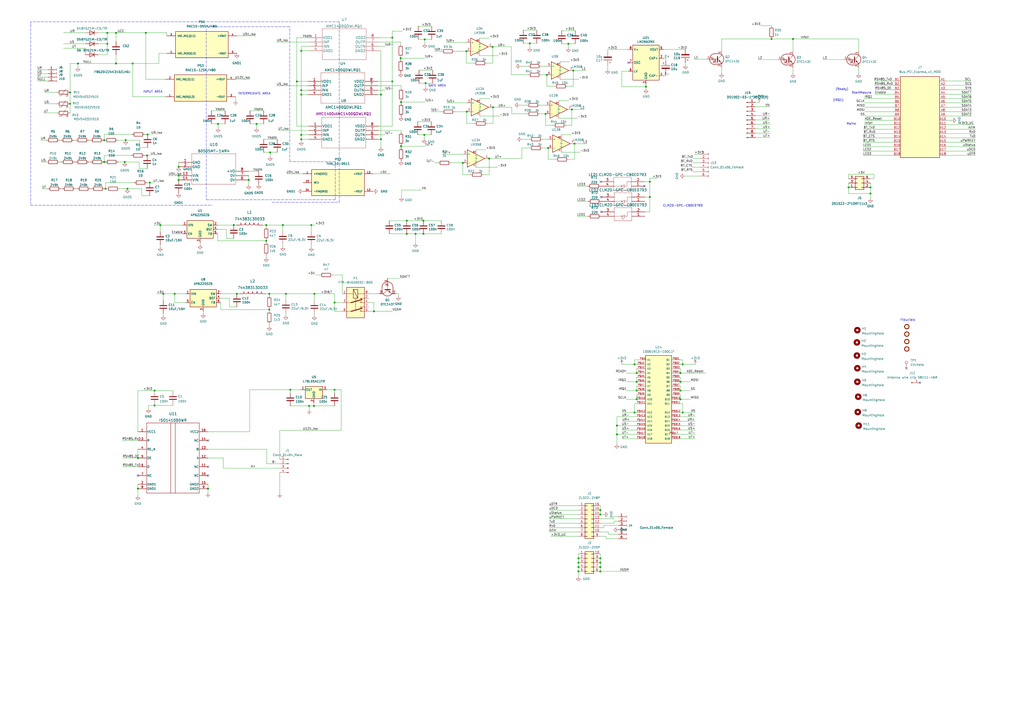
<source format=kicad_sch>
(kicad_sch (version 20211123) (generator eeschema)
  (paper "A2")
  (title_block (title "Main Board") (rev "4.0") (company "Delta Electronics SRL"))
  (junction (at 156.21 179.578))
  (junction (at 286.004 62.23))
  (junction (at 148.844 71.882))
  (junction (at 394.716 216.408))
  (junction (at 103.632 101.854))
  (junction (at 89.662 226.568))
  (junction (at 174.752 54.864))
  (junction (at 394.716 231.648))
  (junction (at 235.966 135.636))
  (junction (at 335.534 323.85))
  (junction (at 270.51 29.718))
  (junction (at 144.272 104.394))
  (junction (at 268.478 94.488))
  (junction (at 67.31 19.05))
  (junction (at 283.718 91.948))
  (junction (at 246.888 48.26))
  (junction (at 232.664 59.182))
  (junction (at 357.886 251.968))
  (junction (at 103.632 104.394))
  (junction (at 332.486 40.894))
  (junction (at 459.994 22.606))
  (junction (at 62.23 25.4))
  (junction (at 89.662 235.204))
  (junction (at 368.046 211.328))
  (junction (at 40.64 53.594))
  (junction (at 60.452 81.28))
  (junction (at 245.618 135.636))
  (junction (at 103.632 96.774))
  (junction (at 348.234 326.39))
  (junction (at 92.964 130.556))
  (junction (at 67.31 36.83))
  (junction (at 348.234 295.91))
  (junction (at 154.432 139.7))
  (junction (at 80.01 283.464))
  (junction (at 492.252 108.712))
  (junction (at 45.212 36.83))
  (junction (at 94.742 170.434))
  (junction (at 165.862 170.434))
  (junction (at 335.534 331.47))
  (junction (at 348.234 323.85))
  (junction (at 85.344 90.17))
  (junction (at 394.716 226.568))
  (junction (at 120.65 283.464))
  (junction (at 180.594 130.556))
  (junction (at 335.534 326.39))
  (junction (at 245.618 128.016))
  (junction (at 40.64 60.198))
  (junction (at 220.98 80.772))
  (junction (at 395.986 239.268))
  (junction (at 348.234 328.93))
  (junction (at 101.346 170.434))
  (junction (at 156.718 88.392))
  (junction (at 232.41 33.782))
  (junction (at 318.008 85.852))
  (junction (at 394.716 221.488))
  (junction (at 61.214 109.474))
  (junction (at 246.126 78.232))
  (junction (at 174.752 52.324))
  (junction (at 369.316 216.408))
  (junction (at 194.056 226.06))
  (junction (at 232.664 84.836))
  (junction (at 317.246 43.434))
  (junction (at 369.316 231.648))
  (junction (at 182.372 170.434))
  (junction (at 72.39 93.98))
  (junction (at 135.636 130.556))
  (junction (at 174.752 78.232))
  (junction (at 73.914 109.474))
  (junction (at 504.952 112.268))
  (junction (at 72.898 81.28))
  (junction (at 369.316 221.488))
  (junction (at 270.764 64.77))
  (junction (at 235.966 128.016))
  (junction (at 80.01 265.684))
  (junction (at 154.432 130.556))
  (junction (at 333.248 83.312))
  (junction (at 348.234 298.45))
  (junction (at 179.324 235.458))
  (junction (at 174.752 80.772))
  (junction (at 285.75 27.178))
  (junction (at 126.492 71.882))
  (junction (at 241.046 135.636))
  (junction (at 395.986 211.328))
  (junction (at 335.534 328.93))
  (junction (at 164.084 130.556))
  (junction (at 447.548 22.606))
  (junction (at 220.98 54.864))
  (junction (at 368.046 239.268))
  (junction (at 357.886 246.888))
  (junction (at 369.316 226.568))
  (junction (at 168.402 226.06))
  (junction (at 504.952 108.712))
  (junction (at 174.752 29.464))
  (junction (at 85.598 77.978))
  (junction (at 376.936 105.41))
  (junction (at 182.118 235.458))
  (junction (at 156.21 170.434))
  (junction (at 376.936 114.3))
  (junction (at 329.692 25.4))
  (junction (at 246.38 22.86))
  (junction (at 374.7262 50.292))
  (junction (at 316.484 66.04))
  (junction (at 331.724 63.5))
  (junction (at 307.34 25.146))
  (junction (at 62.23 19.05))
  (junction (at 194.056 175.514))
  (junction (at 84.582 19.05))
  (junction (at 227.584 21.844))
  (junction (at 216.916 180.594))
  (junction (at 137.414 170.434))
  (junction (at 76.962 36.83))
  (junction (at 172.212 47.244))
  (junction (at 60.452 93.98))
  (junction (at 227.584 47.244))
  (junction (at 86.868 105.918))
  (junction (at 348.234 331.47))
  (no_connect (at 533.654 221.996))
  (no_connect (at 80.01 275.844))
  (no_connect (at 364.5662 36.322))
  (no_connect (at 348.742 114.3))
  (no_connect (at 525.78 213.614))
  (no_connect (at 348.742 122.936))
  (no_connect (at 120.65 275.844))
  (no_connect (at 120.65 270.764))
  (no_connect (at 120.65 255.524))
  (no_connect (at 373.888 107.95))
  (no_connect (at 348.488 105.41))
  (wire (pts (xy 174.752 29.464) (xy 174.752 52.324)))
  (wire (pts (xy 258.826 24.638) (xy 270.51 24.638)))
  (wire (pts (xy 368.046 208.788) (xy 371.856 208.788)))
  (wire (pts (xy 144.78 226.06) (xy 144.78 250.444)))
  (wire (pts (xy 296.672 27.178) (xy 296.672 43.434)))
  (wire (pts (xy 403.352 211.328) (xy 395.986 211.328)))
  (wire (pts (xy 278.384 67.31) (xy 289.814 67.31)))
  (wire (pts (xy 174.752 26.924) (xy 174.752 29.464)))
  (wire (pts (xy 355.854 299.72) (xy 358.648 299.72)))
  (wire (pts (xy 360.7562 50.292) (xy 374.7262 50.292)))
  (wire (pts (xy 136.652 45.974) (xy 145.034 45.974)))
  (wire (pts (xy 278.13 22.098) (xy 283.972 22.098)))
  (wire (pts (xy 144.272 99.314) (xy 150.114 99.314)))
  (wire (pts (xy 40.64 36.83) (xy 45.212 36.83)))
  (wire (pts (xy 232.41 33.782) (xy 232.41 34.544)))
  (wire (pts (xy 174.752 80.772) (xy 174.752 81.788)))
  (wire (pts (xy 160.528 24.384) (xy 179.324 24.384)))
  (wire (pts (xy 36.83 27.94) (xy 49.53 27.94)))
  (wire (pts (xy 156.21 170.434) (xy 165.862 170.434)))
  (wire (pts (xy 216.916 175.514) (xy 216.916 180.594)))
  (wire (pts (xy 348.234 293.37) (xy 348.234 295.91)))
  (wire (pts (xy 329.692 25.4) (xy 333.756 25.4)))
  (wire (pts (xy 251.968 29.718) (xy 256.032 29.718)))
  (wire (pts (xy 126.492 71.882) (xy 130.556 71.882)))
  (wire (pts (xy 395.986 234.188) (xy 395.986 239.268)))
  (wire (pts (xy 270.51 29.718) (xy 270.51 36.576)))
  (wire (pts (xy 324.104 68.58) (xy 335.026 68.58)))
  (wire (pts (xy 156.718 88.392) (xy 156.718 90.678)))
  (wire (pts (xy 373.888 105.41) (xy 376.936 105.41)))
  (wire (pts (xy 394.716 231.648) (xy 400.558 231.648)))
  (wire (pts (xy 219.202 52.324) (xy 223.266 52.324)))
  (wire (pts (xy 179.324 26.924) (xy 174.752 26.924)))
  (wire (pts (xy 384.8862 28.702) (xy 397.5862 28.702)))
  (wire (pts (xy 501.65 59.69) (xy 518.414 59.69)))
  (wire (pts (xy 507.492 52.07) (xy 518.414 52.07)))
  (wire (pts (xy 82.296 109.474) (xy 82.296 113.538)))
  (wire (pts (xy 179.324 235.458) (xy 179.324 237.744)))
  (wire (pts (xy 394.716 224.028) (xy 394.716 226.568)))
  (wire (pts (xy 409.448 216.408) (xy 394.716 216.408)))
  (wire (pts (xy 197.866 226.06) (xy 197.866 249.682)))
  (wire (pts (xy 36.83 25.4) (xy 49.53 25.4)))
  (wire (pts (xy 60.452 77.978) (xy 76.454 77.978)))
  (wire (pts (xy 34.544 81.28) (xy 35.306 81.28)))
  (wire (pts (xy 403.352 254.508) (xy 394.716 254.508)))
  (wire (pts (xy 60.452 93.98) (xy 60.452 90.17)))
  (wire (pts (xy 100.33 234.696) (xy 100.33 235.204)))
  (wire (pts (xy 384.8862 43.942) (xy 386.1562 43.942)))
  (wire (pts (xy 61.214 109.474) (xy 61.722 109.474)))
  (wire (pts (xy 263.652 29.718) (xy 270.51 29.718)))
  (wire (pts (xy 307.34 25.146) (xy 307.34 27.432)))
  (wire (pts (xy 357.886 251.968) (xy 369.316 251.968)))
  (wire (pts (xy 403.352 249.428) (xy 394.716 249.428)))
  (wire (pts (xy 213.868 180.594) (xy 216.916 180.594)))
  (wire (pts (xy 51.562 81.28) (xy 52.324 81.28)))
  (wire (pts (xy 307.086 80.772) (xy 302.768 80.772)))
  (wire (pts (xy 360.7562 41.402) (xy 360.7562 50.292)))
  (wire (pts (xy 67.31 24.13) (xy 67.31 19.05)))
  (wire (pts (xy 71.12 265.684) (xy 80.01 265.684)))
  (wire (pts (xy 446.786 77.216) (xy 438.15 77.216)))
  (wire (pts (xy 45.212 36.83) (xy 45.212 38.862)))
  (wire (pts (xy 90.932 170.434) (xy 94.742 170.434)))
  (polyline (pts (xy 194.564 93.726) (xy 168.148 93.726)))
  (wire (pts (xy 69.342 109.474) (xy 73.914 109.474)))
  (wire (pts (xy 80.772 93.98) (xy 80.772 97.79)))
  (wire (pts (xy 459.994 39.624) (xy 459.994 42.672)))
  (wire (pts (xy 395.986 211.328) (xy 394.716 211.328)))
  (wire (pts (xy 92.964 130.556) (xy 105.918 130.556)))
  (wire (pts (xy 256.794 89.408) (xy 268.478 89.408)))
  (wire (pts (xy 92.202 30.988) (xy 96.774 30.988)))
  (wire (pts (xy 296.926 62.23) (xy 296.926 66.04)))
  (wire (pts (xy 122.682 64.262) (xy 130.556 64.262)))
  (wire (pts (xy 83.82 90.17) (xy 85.344 90.17)))
  (wire (pts (xy 156.718 88.392) (xy 160.782 88.392)))
  (wire (pts (xy 145.034 64.262) (xy 152.908 64.262)))
  (wire (pts (xy 459.994 22.606) (xy 459.994 29.464)))
  (wire (pts (xy 235.966 128.016) (xy 245.618 128.016)))
  (wire (pts (xy 335.534 326.39) (xy 335.534 328.93)))
  (wire (pts (xy 36.83 19.05) (xy 49.53 19.05)))
  (wire (pts (xy 137.414 170.434) (xy 138.938 170.434)))
  (wire (pts (xy 194.056 226.06) (xy 194.056 227.838)))
  (wire (pts (xy 459.994 22.606) (xy 447.548 22.606)))
  (wire (pts (xy 368.046 234.188) (xy 369.316 234.188)))
  (wire (pts (xy 194.056 226.06) (xy 189.738 226.06)))
  (wire (pts (xy 235.966 135.636) (xy 241.046 135.636)))
  (wire (pts (xy 179.07 80.772) (xy 174.752 80.772)))
  (wire (pts (xy 374.142 122.936) (xy 376.936 122.936)))
  (wire (pts (xy 501.65 69.85) (xy 518.414 69.85)))
  (wire (pts (xy 62.23 31.75) (xy 62.23 25.4)))
  (polyline (pts (xy 119.634 16.764) (xy 119.634 115.824)))
  (wire (pts (xy 227.584 18.034) (xy 227.584 21.844)))
  (wire (pts (xy 246.888 48.26) (xy 250.952 48.26)))
  (wire (pts (xy 180.594 141.986) (xy 180.594 143.256)))
  (wire (pts (xy 477.266 34.544) (xy 489.204 34.544)))
  (wire (pts (xy 179.07 73.152) (xy 172.212 73.152)))
  (wire (pts (xy 232.664 59.182) (xy 232.664 59.944)))
  (wire (pts (xy 395.986 239.268) (xy 394.716 239.268)))
  (wire (pts (xy 164.084 130.556) (xy 164.084 134.112)))
  (wire (pts (xy 283.718 91.948) (xy 302.768 91.948)))
  (wire (pts (xy 325.882 25.4) (xy 329.692 25.4)))
  (wire (pts (xy 303.53 17.526) (xy 311.404 17.526)))
  (wire (pts (xy 333.248 92.456) (xy 333.248 83.312)))
  (wire (pts (xy 350.266 304.8) (xy 350.266 306.07)))
  (wire (pts (xy 403.352 239.268) (xy 395.986 239.268)))
  (wire (pts (xy 182.372 174.244) (xy 182.372 170.434)))
  (wire (pts (xy 376.936 114.3) (xy 376.936 105.41)))
  (wire (pts (xy 23.876 93.98) (xy 26.924 93.98)))
  (polyline (pts (xy 120.65 15.494) (xy 168.148 15.494)))
  (wire (pts (xy 280.416 101.346) (xy 283.718 101.346)))
  (wire (pts (xy 57.15 31.75) (xy 62.23 31.75)))
  (wire (pts (xy 213.868 170.434) (xy 219.71 170.434)))
  (wire (pts (xy 357.886 251.968) (xy 357.886 257.556)))
  (wire (pts (xy 231.14 171.704) (xy 231.14 170.434)))
  (polyline (pts (xy 17.78 119.126) (xy 123.19 119.126)))
  (wire (pts (xy 376.936 103.378) (xy 381.508 103.378)))
  (wire (pts (xy 335.534 321.31) (xy 335.534 323.85)))
  (wire (pts (xy 356.362 302.26) (xy 358.648 302.26)))
  (wire (pts (xy 439.674 34.544) (xy 451.104 34.544)))
  (wire (pts (xy 148.844 71.882) (xy 148.844 74.168)))
  (wire (pts (xy 350.266 306.07) (xy 348.234 306.07)))
  (polyline (pts (xy 196.85 12.7) (xy 17.78 12.7)))
  (wire (pts (xy 296.672 43.434) (xy 306.324 43.434)))
  (wire (pts (xy 227.584 47.244) (xy 227.584 73.152)))
  (wire (pts (xy 329.946 92.456) (xy 333.248 92.456)))
  (wire (pts (xy 324.104 58.42) (xy 329.946 58.42)))
  (wire (pts (xy 232.664 84.836) (xy 246.634 84.836)))
  (wire (pts (xy 357.886 246.888) (xy 369.316 246.888)))
  (wire (pts (xy 498.094 22.606) (xy 459.994 22.606)))
  (wire (pts (xy 25.654 53.594) (xy 33.02 53.594)))
  (wire (pts (xy 348.234 328.93) (xy 348.234 331.47)))
  (wire (pts (xy 81.026 85.598) (xy 85.598 85.598)))
  (wire (pts (xy 154.432 139.7) (xy 154.432 140.462)))
  (wire (pts (xy 232.918 110.236) (xy 232.918 114.3)))
  (wire (pts (xy 446.786 72.136) (xy 438.15 72.136)))
  (wire (pts (xy 314.706 85.852) (xy 318.008 85.852)))
  (wire (pts (xy 194.056 180.594) (xy 198.628 180.594)))
  (wire (pts (xy 21.59 46.99) (xy 27.94 46.99)))
  (wire (pts (xy 136.652 56.134) (xy 136.652 58.42)))
  (wire (pts (xy 225.806 135.636) (xy 235.966 135.636)))
  (wire (pts (xy 85.344 105.918) (xy 86.868 105.918)))
  (wire (pts (xy 174.752 78.232) (xy 174.752 80.772)))
  (wire (pts (xy 198.628 170.434) (xy 198.628 159.512)))
  (wire (pts (xy 241.046 140.97) (xy 241.046 135.636)))
  (wire (pts (xy 61.214 105.918) (xy 77.724 105.918)))
  (wire (pts (xy 506.984 101.092) (xy 506.984 103.632)))
  (wire (pts (xy 219.71 75.692) (xy 232.664 75.692)))
  (wire (pts (xy 172.212 47.244) (xy 178.562 47.244)))
  (wire (pts (xy 152.908 88.392) (xy 156.718 88.392)))
  (wire (pts (xy 180.594 130.556) (xy 182.88 130.556)))
  (wire (pts (xy 500.634 85.09) (xy 518.414 85.09)))
  (wire (pts (xy 92.964 141.986) (xy 92.964 143.256)))
  (wire (pts (xy 156.21 179.578) (xy 156.21 180.34)))
  (wire (pts (xy 500.634 90.17) (xy 518.414 90.17)))
  (wire (pts (xy 242.57 15.24) (xy 250.444 15.24)))
  (wire (pts (xy 348.234 298.45) (xy 350.012 298.45)))
  (wire (pts (xy 394.716 208.788) (xy 395.986 208.788)))
  (wire (pts (xy 335.534 328.93) (xy 335.534 331.47)))
  (wire (pts (xy 348.234 311.15) (xy 351.536 311.15)))
  (wire (pts (xy 369.316 213.868) (xy 369.316 216.408)))
  (wire (pts (xy 318.516 308.61) (xy 335.534 308.61)))
  (wire (pts (xy 129.54 265.684) (xy 129.54 271.526)))
  (wire (pts (xy 313.182 66.04) (xy 316.484 66.04)))
  (wire (pts (xy 89.662 226.568) (xy 100.33 226.568)))
  (wire (pts (xy 501.65 64.77) (xy 518.414 64.77)))
  (wire (pts (xy 244.602 110.236) (xy 232.918 110.236)))
  (wire (pts (xy 335.534 298.45) (xy 318.516 298.45)))
  (wire (pts (xy 282.448 36.576) (xy 285.75 36.576)))
  (wire (pts (xy 278.384 57.15) (xy 284.226 57.15)))
  (wire (pts (xy 395.986 208.788) (xy 395.986 211.328)))
  (wire (pts (xy 548.894 52.07) (xy 563.626 52.07)))
  (wire (pts (xy 21.59 44.704) (xy 27.94 44.704)))
  (wire (pts (xy 289.814 67.31) (xy 289.814 67.564)))
  (wire (pts (xy 227.584 18.034) (xy 233.426 18.034)))
  (wire (pts (xy 40.64 36.83) (xy 40.64 53.594)))
  (wire (pts (xy 60.452 81.28) (xy 60.706 81.28)))
  (wire (pts (xy 369.316 221.488) (xy 363.22 221.488)))
  (wire (pts (xy 144.78 226.06) (xy 168.402 226.06)))
  (wire (pts (xy 126.238 130.556) (xy 135.636 130.556)))
  (wire (pts (xy 331.724 72.644) (xy 331.724 63.5)))
  (wire (pts (xy 148.844 71.882) (xy 152.908 71.882)))
  (wire (pts (xy 565.912 77.47) (xy 548.894 77.47)))
  (wire (pts (xy 504.952 103.632) (xy 506.984 103.632)))
  (wire (pts (xy 154.432 130.556) (xy 164.084 130.556)))
  (wire (pts (xy 447.548 14.986) (xy 441.198 14.986)))
  (wire (pts (xy 246.126 78.232) (xy 250.19 78.232)))
  (wire (pts (xy 197.866 226.06) (xy 194.056 226.06)))
  (wire (pts (xy 352.552 37.7698) (xy 352.552 40.3098)))
  (wire (pts (xy 504.952 106.172) (xy 504.952 108.712)))
  (wire (pts (xy 131.318 133.096) (xy 131.318 138.176)))
  (wire (pts (xy 224.79 161.544) (xy 231.902 161.544)))
  (wire (pts (xy 369.316 231.648) (xy 363.474 231.648)))
  (wire (pts (xy 329.692 25.4) (xy 329.692 27.686)))
  (wire (pts (xy 42.926 81.28) (xy 43.942 81.28)))
  (wire (pts (xy 120.65 280.924) (xy 120.65 283.464)))
  (wire (pts (xy 25.654 60.198) (xy 33.02 60.198)))
  (wire (pts (xy 94.742 181.864) (xy 94.742 183.134)))
  (wire (pts (xy 270.764 64.77) (xy 270.764 71.628)))
  (wire (pts (xy 174.752 52.324) (xy 178.562 52.324)))
  (wire (pts (xy 82.296 113.538) (xy 86.868 113.538)))
  (wire (pts (xy 61.214 109.474) (xy 61.214 105.918)))
  (wire (pts (xy 507.492 54.61) (xy 518.414 54.61)))
  (wire (pts (xy 403.352 241.808) (xy 394.716 241.808)))
  (wire (pts (xy 135.636 130.556) (xy 137.16 130.556)))
  (wire (pts (xy 137.414 20.828) (xy 148.336 20.828)))
  (wire (pts (xy 174.752 54.864) (xy 178.562 54.864)))
  (wire (pts (xy 216.408 100.838) (xy 226.568 100.838)))
  (wire (pts (xy 76.962 36.83) (xy 92.202 36.83)))
  (wire (pts (xy 162.306 274.066) (xy 162.306 286.258)))
  (wire (pts (xy 335.534 331.47) (xy 335.534 334.518)))
  (wire (pts (xy 303.53 25.146) (xy 307.34 25.146)))
  (polyline (pts (xy 157.734 117.348) (xy 196.85 117.348)))
  (wire (pts (xy 548.894 67.31) (xy 563.626 67.31)))
  (wire (pts (xy 492.252 112.268) (xy 504.952 112.268)))
  (wire (pts (xy 335.534 311.15) (xy 319.532 311.15)))
  (wire (pts (xy 126.492 71.882) (xy 126.492 74.168)))
  (wire (pts (xy 332.486 50.038) (xy 332.486 40.894)))
  (wire (pts (xy 34.544 93.98) (xy 35.56 93.98)))
  (wire (pts (xy 84.582 45.974) (xy 84.582 19.05)))
  (wire (pts (xy 144.272 101.854) (xy 144.272 104.394)))
  (wire (pts (xy 85.344 90.17) (xy 87.376 90.17)))
  (wire (pts (xy 219.71 73.152) (xy 227.584 73.152)))
  (wire (pts (xy 128.016 172.974) (xy 133.096 172.974)))
  (wire (pts (xy 219.964 21.844) (xy 227.584 21.844)))
  (wire (pts (xy 133.096 178.054) (xy 137.414 178.054)))
  (wire (pts (xy 322.326 92.456) (xy 318.008 92.456)))
  (wire (pts (xy 285.75 27.178) (xy 285.75 36.576)))
  (wire (pts (xy 360.68 211.328) (xy 368.046 211.328)))
  (wire (pts (xy 52.324 109.474) (xy 53.086 109.474)))
  (wire (pts (xy 120.65 260.604) (xy 154.686 260.604)))
  (wire (pts (xy 501.65 62.23) (xy 518.414 62.23)))
  (wire (pts (xy 72.39 93.98) (xy 80.772 93.98)))
  (wire (pts (xy 242.57 22.86) (xy 246.38 22.86)))
  (wire (pts (xy 232.664 49.784) (xy 232.664 51.054)))
  (wire (pts (xy 276.098 86.868) (xy 281.94 86.868)))
  (wire (pts (xy 162.306 266.446) (xy 162.306 249.682)))
  (wire (pts (xy 168.402 226.06) (xy 168.402 227.838)))
  (wire (pts (xy 126.238 139.7) (xy 126.238 135.636)))
  (wire (pts (xy 492.252 108.712) (xy 492.252 112.268)))
  (polyline (pts (xy 17.78 12.7) (xy 17.78 14.224)))
  (wire (pts (xy 394.716 221.488) (xy 400.558 221.488)))
  (wire (pts (xy 96.012 56.134) (xy 76.962 56.134)))
  (wire (pts (xy 500.634 82.55) (xy 518.414 82.55)))
  (wire (pts (xy 364.5662 41.402) (xy 360.7562 41.402)))
  (wire (pts (xy 122.682 71.882) (xy 126.492 71.882)))
  (wire (pts (xy 194.056 175.514) (xy 194.056 180.594)))
  (wire (pts (xy 548.894 72.39) (xy 564.896 72.39)))
  (wire (pts (xy 369.316 224.028) (xy 369.316 226.568)))
  (wire (pts (xy 162.306 249.682) (xy 197.866 249.682)))
  (wire (pts (xy 180.594 134.366) (xy 180.594 130.556)))
  (wire (pts (xy 101.346 175.514) (xy 101.346 170.434)))
  (wire (pts (xy 406.146 102.108) (xy 397.256 102.108)))
  (polyline (pts (xy 196.85 117.348) (xy 196.85 12.7)))
  (wire (pts (xy 325.882 17.78) (xy 333.756 17.78)))
  (wire (pts (xy 368.046 234.188) (xy 368.046 239.268)))
  (wire (pts (xy 333.248 83.312) (xy 340.614 83.312)))
  (wire (pts (xy 286.004 62.23) (xy 286.004 71.628)))
  (wire (pts (xy 40.64 60.198) (xy 40.64 65.532)))
  (wire (pts (xy 71.12 270.764) (xy 80.01 270.764)))
  (wire (pts (xy 219.964 29.464) (xy 220.98 29.464)))
  (wire (pts (xy 313.944 43.434) (xy 317.246 43.434)))
  (wire (pts (xy 500.634 87.63) (xy 518.414 87.63)))
  (wire (pts (xy 68.58 93.98) (xy 72.39 93.98)))
  (wire (pts (xy 161.29 75.692) (xy 179.07 75.692)))
  (wire (pts (xy 45.212 36.83) (xy 67.31 36.83)))
  (wire (pts (xy 348.234 295.91) (xy 348.234 298.45)))
  (wire (pts (xy 276.098 97.028) (xy 288.544 97.028)))
  (wire (pts (xy 318.516 300.99) (xy 335.534 300.99)))
  (wire (pts (xy 313.182 60.96) (xy 316.484 60.96)))
  (wire (pts (xy 219.202 54.864) (xy 220.98 54.864)))
  (wire (pts (xy 331.724 63.5) (xy 339.09 63.5)))
  (wire (pts (xy 274.828 36.576) (xy 270.51 36.576)))
  (wire (pts (xy 446.786 74.676) (xy 438.15 74.676)))
  (wire (pts (xy 307.34 25.146) (xy 311.404 25.146)))
  (wire (pts (xy 103.632 101.854) (xy 103.632 104.394)))
  (wire (pts (xy 232.664 58.674) (xy 232.664 59.182)))
  (wire (pts (xy 172.212 21.844) (xy 179.324 21.844)))
  (wire (pts (xy 268.478 94.488) (xy 268.478 101.346)))
  (wire (pts (xy 154.686 260.604) (xy 154.686 268.986)))
  (wire (pts (xy 60.706 109.474) (xy 61.214 109.474)))
  (wire (pts (xy 492.252 101.092) (xy 506.984 101.092)))
  (wire (pts (xy 328.422 72.644) (xy 331.724 72.644)))
  (wire (pts (xy 374.7262 49.022) (xy 374.7262 50.292)))
  (wire (pts (xy 369.316 229.108) (xy 369.316 231.648)))
  (polyline (pts (xy 168.148 93.726) (xy 168.148 15.494)))
  (wire (pts (xy 507.238 49.53) (xy 518.414 49.53)))
  (wire (pts (xy 80.01 226.568) (xy 89.662 226.568)))
  (wire (pts (xy 154.432 130.556) (xy 154.432 131.572)))
  (wire (pts (xy 348.234 321.31) (xy 348.234 323.85)))
  (wire (pts (xy 498.094 22.606) (xy 498.094 29.464)))
  (wire (pts (xy 145.034 71.882) (xy 148.844 71.882)))
  (wire (pts (xy 168.402 235.458) (xy 179.324 235.458)))
  (wire (pts (xy 174.752 54.864) (xy 174.752 78.232)))
  (wire (pts (xy 563.626 54.61) (xy 548.894 54.61)))
  (wire (pts (xy 438.15 61.976) (xy 446.532 61.976)))
  (wire (pts (xy 165.862 170.434) (xy 182.372 170.434)))
  (wire (pts (xy 156.21 179.578) (xy 128.016 179.578)))
  (wire (pts (xy 156.21 170.434) (xy 156.21 171.45)))
  (wire (pts (xy 358.648 304.8) (xy 350.266 304.8)))
  (wire (pts (xy 154.432 139.192) (xy 154.432 139.7)))
  (wire (pts (xy 165.862 181.61) (xy 165.862 182.88)))
  (wire (pts (xy 386.1562 33.782) (xy 386.1562 35.052)))
  (wire (pts (xy 306.324 38.354) (xy 302.006 38.354)))
  (wire (pts (xy 24.384 109.474) (xy 27.686 109.474)))
  (wire (pts (xy 325.628 78.232) (xy 331.47 78.232)))
  (wire (pts (xy 321.564 50.038) (xy 317.246 50.038)))
  (wire (pts (xy 563.626 59.69) (xy 548.894 59.69)))
  (wire (pts (xy 231.14 170.434) (xy 229.87 170.434)))
  (wire (pts (xy 76.962 56.134) (xy 76.962 36.83)))
  (wire (pts (xy 92.202 30.988) (xy 92.202 36.83)))
  (wire (pts (xy 500.634 80.01) (xy 518.414 80.01)))
  (wire (pts (xy 101.346 170.434) (xy 107.696 170.434)))
  (wire (pts (xy 283.718 91.948) (xy 283.718 101.346)))
  (wire (pts (xy 501.65 67.31) (xy 518.414 67.31)))
  (wire (pts (xy 406.146 97.028) (xy 401.574 97.028)))
  (wire (pts (xy 165.862 170.434) (xy 165.862 173.99)))
  (wire (pts (xy 85.598 77.978) (xy 87.63 77.978)))
  (wire (pts (xy 324.866 45.974) (xy 335.788 45.974)))
  (wire (pts (xy 334.772 107.95) (xy 340.868 107.95)))
  (wire (pts (xy 172.212 73.152) (xy 172.212 47.244)))
  (wire (pts (xy 376.936 105.41) (xy 376.936 103.378)))
  (wire (pts (xy 278.13 32.258) (xy 289.052 32.258)))
  (wire (pts (xy 99.568 135.636) (xy 105.918 135.636)))
  (wire (pts (xy 219.71 80.772) (xy 220.98 80.772)))
  (wire (pts (xy 418.592 39.37) (xy 418.592 42.418)))
  (wire (pts (xy 40.64 53.594) (xy 40.64 60.198)))
  (wire (pts (xy 152.4 130.556) (xy 154.432 130.556)))
  (wire (pts (xy 219.202 49.784) (xy 232.664 49.784)))
  (wire (pts (xy 67.31 19.05) (xy 84.582 19.05)))
  (wire (pts (xy 446.786 67.056) (xy 438.15 67.056)))
  (wire (pts (xy 194.056 175.514) (xy 198.628 175.514)))
  (wire (pts (xy 96.012 45.974) (xy 84.582 45.974)))
  (wire (pts (xy 270.764 64.77) (xy 263.906 64.77)))
  (wire (pts (xy 144.272 104.394) (xy 144.272 107.188)))
  (wire (pts (xy 68.326 81.28) (xy 72.898 81.28)))
  (wire (pts (xy 164.084 130.556) (xy 180.594 130.556)))
  (wire (pts (xy 182.118 235.458) (xy 194.056 235.458)))
  (wire (pts (xy 129.54 271.526) (xy 162.306 271.526)))
  (wire (pts (xy 227.584 21.844) (xy 227.584 47.244)))
  (wire (pts (xy 506.984 46.99) (xy 518.414 46.99)))
  (wire (pts (xy 220.98 29.464) (xy 220.98 54.864)))
  (wire (pts (xy 89.662 234.696) (xy 89.662 235.204)))
  (wire (pts (xy 57.15 25.4) (xy 62.23 25.4)))
  (wire (pts (xy 43.18 93.98) (xy 43.942 93.98)))
  (wire (pts (xy 348.234 331.47) (xy 364.744 331.47)))
  (wire (pts (xy 418.592 22.606) (xy 418.592 29.21)))
  (wire (pts (xy 154.686 268.986) (xy 162.306 268.986)))
  (wire (pts (xy 492.252 106.172) (xy 492.252 108.712)))
  (wire (pts (xy 232.664 84.328) (xy 232.664 84.836)))
  (wire (pts (xy 51.562 93.98) (xy 52.578 93.98)))
  (wire (pts (xy 96.774 19.05) (xy 96.774 20.828)))
  (wire (pts (xy 348.234 323.85) (xy 348.234 326.39)))
  (wire (pts (xy 501.396 72.39) (xy 518.414 72.39)))
  (wire (pts (xy 164.084 141.732) (xy 164.084 143.002)))
  (wire (pts (xy 117.856 180.594) (xy 117.856 181.864)))
  (wire (pts (xy 246.888 48.26) (xy 246.888 50.546)))
  (wire (pts (xy 316.484 66.04) (xy 316.484 72.644)))
  (wire (pts (xy 154.432 148.082) (xy 154.432 149.352)))
  (wire (pts (xy 120.65 283.464) (xy 120.65 286.004)))
  (wire (pts (xy 100.33 226.568) (xy 100.33 227.076)))
  (wire (pts (xy 565.912 80.01) (xy 548.894 80.01)))
  (wire (pts (xy 501.396 57.15) (xy 518.414 57.15)))
  (wire (pts (xy 70.866 255.524) (xy 80.01 255.524)))
  (wire (pts (xy 103.632 94.234) (xy 103.632 96.774)))
  (wire (pts (xy 360.68 254.508) (xy 369.316 254.508)))
  (wire (pts (xy 403.352 246.888) (xy 394.716 246.888)))
  (wire (pts (xy 348.234 326.39) (xy 348.234 328.93)))
  (wire (pts (xy 232.664 84.836) (xy 232.664 85.598)))
  (wire (pts (xy 245.618 128.016) (xy 256.032 128.016)))
  (wire (pts (xy 86.868 105.918) (xy 88.9 105.918)))
  (wire (pts (xy 59.944 81.28) (xy 60.452 81.28)))
  (wire (pts (xy 86.106 235.204) (xy 86.106 236.982)))
  (wire (pts (xy 406.146 91.948) (xy 402.082 91.948)))
  (wire (pts (xy 128.016 179.578) (xy 128.016 175.514)))
  (wire (pts (xy 351.536 311.15) (xy 351.536 312.42)))
  (wire (pts (xy 335.534 323.85) (xy 335.534 326.39)))
  (wire (pts (xy 49.53 27.94) (xy 49.53 31.75)))
  (wire (pts (xy 334.772 125.476) (xy 341.122 125.476)))
  (wire (pts (xy 219.964 24.384) (xy 232.41 24.384)))
  (wire (pts (xy 120.65 265.684) (xy 129.54 265.684)))
  (wire (pts (xy 335.534 293.37) (xy 318.516 293.37)))
  (wire (pts (xy 242.316 70.612) (xy 250.19 70.612)))
  (wire (pts (xy 313.944 38.354) (xy 317.246 38.354)))
  (wire (pts (xy 35.306 109.474) (xy 36.068 109.474)))
  (wire (pts (xy 446.786 79.756) (xy 438.15 79.756)))
  (wire (pts (xy 418.592 22.606) (xy 447.548 22.606)))
  (wire (pts (xy 249.936 64.77) (xy 256.286 64.77)))
  (wire (pts (xy 80.01 280.924) (xy 80.01 283.464)))
  (wire (pts (xy 245.618 135.636) (xy 256.032 135.636)))
  (wire (pts (xy 369.316 216.408) (xy 363.22 216.408)))
  (wire (pts (xy 329.184 50.038) (xy 332.486 50.038)))
  (wire (pts (xy 325.628 88.392) (xy 336.55 88.392)))
  (wire (pts (xy 246.38 22.86) (xy 246.38 25.146)))
  (wire (pts (xy 318.516 306.07) (xy 335.534 306.07)))
  (wire (pts (xy 374.142 114.3) (xy 376.936 114.3)))
  (wire (pts (xy 193.04 159.512) (xy 198.628 159.512)))
  (wire (pts (xy 360.68 249.428) (xy 369.316 249.428)))
  (wire (pts (xy 160.528 49.784) (xy 178.562 49.784)))
  (wire (pts (xy 60.452 93.98) (xy 60.96 93.98)))
  (wire (pts (xy 296.926 66.04) (xy 305.562 66.04)))
  (wire (pts (xy 368.046 211.328) (xy 369.316 211.328)))
  (wire (pts (xy 504.952 112.268) (xy 504.952 115.0366)))
  (wire (pts (xy 386.1562 43.942) (xy 386.1562 42.672)))
  (wire (pts (xy 216.916 180.594) (xy 227.584 180.594)))
  (wire (pts (xy 220.98 54.864) (xy 220.98 80.772)))
  (wire (pts (xy 81.026 81.28) (xy 81.026 85.598)))
  (wire (pts (xy 268.478 94.488) (xy 261.62 94.488)))
  (wire (pts (xy 174.752 78.232) (xy 179.07 78.232)))
  (wire (pts (xy 324.866 35.814) (xy 330.708 35.814)))
  (wire (pts (xy 355.854 300.99) (xy 355.854 299.72)))
  (wire (pts (xy 374.7262 50.292) (xy 374.7262 51.562)))
  (wire (pts (xy 116.078 140.716) (xy 116.078 141.986)))
  (wire (pts (xy 275.082 71.628) (xy 270.764 71.628)))
  (wire (pts (xy 500.888 77.47) (xy 518.414 77.47)))
  (wire (pts (xy 548.894 90.17) (xy 565.912 90.17)))
  (wire (pts (xy 243.078 48.26) (xy 246.888 48.26)))
  (wire (pts (xy 232.41 33.274) (xy 232.41 33.782)))
  (wire (pts (xy 394.716 226.568) (xy 400.558 226.568)))
  (wire (pts (xy 43.688 109.474) (xy 44.704 109.474)))
  (wire (pts (xy 563.626 64.77) (xy 548.894 64.77)))
  (wire (pts (xy 120.65 250.444) (xy 144.78 250.444)))
  (wire (pts (xy 548.894 69.85) (xy 551.942 69.85)))
  (wire (pts (xy 307.086 85.852) (xy 302.768 85.852)))
  (wire (pts (xy 182.118 233.68) (xy 182.118 235.458)))
  (wire (pts (xy 305.562 60.96) (xy 301.244 60.96)))
  (wire (pts (xy 335.534 295.91) (xy 318.516 295.91)))
  (wire (pts (xy 60.452 90.17) (xy 76.2 90.17)))
  (wire (pts (xy 285.75 27.178) (xy 296.672 27.178)))
  (polyline (pts (xy 119.634 115.824) (xy 194.564 115.824)))
  (wire (pts (xy 395.986 234.188) (xy 394.716 234.188)))
  (wire (pts (xy 318.516 303.53) (xy 335.534 303.53)))
  (wire (pts (xy 246.38 22.86) (xy 250.444 22.86)))
  (wire (pts (xy 360.68 239.268) (xy 368.046 239.268)))
  (wire (pts (xy 500.888 74.93) (xy 518.414 74.93)))
  (wire (pts (xy 67.31 19.05) (xy 62.23 19.05)))
  (wire (pts (xy 126.238 133.096) (xy 131.318 133.096)))
  (wire (pts (xy 174.752 29.464) (xy 179.324 29.464)))
  (wire (pts (xy 232.41 33.782) (xy 246.38 33.782)))
  (wire (pts (xy 368.046 208.788) (xy 368.046 211.328)))
  (wire (pts (xy 384.8862 33.782) (xy 386.1562 33.782)))
  (wire (pts (xy 392.176 251.968) (xy 403.352 251.968)))
  (wire (pts (xy 259.08 59.69) (xy 270.764 59.69)))
  (wire (pts (xy 219.71 78.232) (xy 223.266 78.232)))
  (wire (pts (xy 376.936 122.936) (xy 376.936 114.3)))
  (wire (pts (xy 357.886 241.808) (xy 357.886 246.888)))
  (wire (pts (xy 397.5862 36.322) (xy 397.5862 37.592)))
  (wire (pts (xy 368.046 239.268) (xy 369.316 239.268)))
  (wire (pts (xy 369.316 226.568) (xy 363.474 226.568)))
  (wire (pts (xy 154.432 139.7) (xy 126.238 139.7)))
  (wire (pts (xy 352.552 28.702) (xy 364.5662 28.702)))
  (wire (pts (xy 402.59 34.29) (xy 409.702 34.29)))
  (wire (pts (xy 241.046 135.636) (xy 245.618 135.636)))
  (wire (pts (xy 360.934 244.348) (xy 369.316 244.348)))
  (wire (pts (xy 243.078 40.64) (xy 250.952 40.64)))
  (wire (pts (xy 131.318 138.176) (xy 135.636 138.176)))
  (wire (pts (xy 348.234 303.53) (xy 356.362 303.53)))
  (wire (pts (xy 97.79 101.854) (xy 103.632 101.854)))
  (polyline (pts (xy 17.78 14.224) (xy 17.78 119.126)))
  (wire (pts (xy 406.146 94.488) (xy 401.828 94.488)))
  (wire (pts (xy 492.252 103.632) (xy 492.252 101.092)))
  (wire (pts (xy 282.702 71.628) (xy 286.004 71.628)))
  (wire (pts (xy 232.41 24.384) (xy 232.41 25.654)))
  (wire (pts (xy 394.716 213.868) (xy 394.716 216.408)))
  (wire (pts (xy 21.59 42.672) (xy 27.94 42.672)))
  (wire (pts (xy 182.372 181.864) (xy 182.372 183.134)))
  (wire (pts (xy 548.894 85.09) (xy 565.912 85.09)))
  (wire (pts (xy 172.212 47.244) (xy 172.212 21.844)))
  (wire (pts (xy 156.21 187.96) (xy 156.21 189.23)))
  (wire (pts (xy 89.662 235.204) (xy 100.33 235.204)))
  (wire (pts (xy 498.094 39.624) (xy 498.094 42.672)))
  (wire (pts (xy 356.362 303.53) (xy 356.362 302.26)))
  (wire (pts (xy 332.486 40.894) (xy 339.852 40.894)))
  (wire (pts (xy 318.008 85.852) (xy 318.008 92.456)))
  (wire (pts (xy 154.178 170.434) (xy 156.21 170.434)))
  (wire (pts (xy 128.016 170.434) (xy 137.414 170.434)))
  (wire (pts (xy 60.452 81.28) (xy 60.452 77.978)))
  (wire (pts (xy 179.324 235.458) (xy 182.118 235.458)))
  (wire (pts (xy 225.806 128.016) (xy 235.966 128.016)))
  (wire (pts (xy 80.01 226.568) (xy 80.01 250.444)))
  (wire (pts (xy 438.15 59.436) (xy 440.436 59.436)))
  (wire (pts (xy 563.626 49.53) (xy 548.894 49.53)))
  (wire (pts (xy 402.844 89.408) (xy 406.146 89.408)))
  (wire (pts (xy 348.234 300.99) (xy 355.854 300.99)))
  (wire (pts (xy 334.772 116.84) (xy 341.122 116.84)))
  (wire (pts (xy 62.23 19.05) (xy 57.15 19.05)))
  (wire (pts (xy 60.198 93.98) (xy 60.452 93.98)))
  (wire (pts (xy 242.316 78.232) (xy 246.126 78.232)))
  (wire (pts (xy 92.964 130.556) (xy 92.964 134.366)))
  (wire (pts (xy 251.968 94.488) (xy 254 94.488)))
  (wire (pts (xy 565.912 82.55) (xy 548.894 82.55)))
  (wire (pts (xy 166.116 100.838) (xy 175.768 100.838)))
  (wire (pts (xy 548.894 62.23) (xy 563.626 62.23)))
  (wire (pts (xy 314.706 80.772) (xy 318.008 80.772)))
  (wire (pts (xy 302.768 91.948) (xy 302.768 85.852)))
  (wire (pts (xy 94.742 170.434) (xy 94.742 174.244)))
  (wire (pts (xy 133.096 172.974) (xy 133.096 178.054)))
  (wire (pts (xy 80.01 260.604) (xy 80.01 265.684)))
  (wire (pts (xy 86.106 235.204) (xy 89.662 235.204)))
  (wire (pts (xy 72.898 81.28) (xy 81.026 81.28)))
  (wire (pts (xy 84.582 19.05) (xy 96.774 19.05)))
  (wire (pts (xy 152.908 80.772) (xy 160.782 80.772)))
  (wire (pts (xy 446.532 69.596) (xy 438.15 69.596)))
  (wire (pts (xy 25.4 65.532) (xy 33.02 65.532)))
  (wire (pts (xy 352.806 309.88) (xy 358.648 309.88)))
  (wire (pts (xy 156.21 179.07) (xy 156.21 179.578)))
  (wire (pts (xy 232.664 75.692) (xy 232.664 76.708)))
  (wire (pts (xy 272.796 101.346) (xy 268.478 101.346)))
  (wire (pts (xy 504.952 108.712) (xy 504.952 112.268)))
  (wire (pts (xy 394.716 229.108) (xy 394.716 231.648)))
  (wire (pts (xy 89.662 226.568) (xy 89.662 227.076)))
  (polyline (pts (xy 194.564 115.824) (xy 194.564 93.726)))
  (wire (pts (xy 62.23 25.4) (xy 62.23 19.05)))
  (wire (pts (xy 84.074 77.978) (xy 85.598 77.978)))
  (wire (pts (xy 548.894 87.63) (xy 565.912 87.63)))
  (wire (pts (xy 232.664 59.182) (xy 246.634 59.182)))
  (wire (pts (xy 348.234 308.61) (xy 352.806 308.61)))
  (wire (pts (xy 80.01 283.464) (xy 80.01 287.528)))
  (wire (pts (xy 219.964 26.924) (xy 223.266 26.924)))
  (wire (pts (xy 563.626 57.15) (xy 548.894 57.15)))
  (wire (pts (xy 23.622 81.28) (xy 26.924 81.28)))
  (wire (pts (xy 286.004 62.23) (xy 296.926 62.23)))
  (wire (pts (xy 369.316 218.948) (xy 369.316 221.488)))
  (wire (pts (xy 89.154 130.556) (xy 92.964 130.556)))
  (wire (pts (xy 563.372 46.99) (xy 548.894 46.99)))
  (wire (pts (xy 67.31 36.83) (xy 76.962 36.83)))
  (wire (pts (xy 357.886 246.888) (xy 357.886 251.968)))
  (wire (pts (xy 565.912 74.93) (xy 548.894 74.93)))
  (wire (pts (xy 317.246 43.434) (xy 317.246 50.038)))
  (wire (pts (xy 101.346 175.514) (xy 107.696 175.514)))
  (wire (pts (xy 174.752 52.324) (xy 174.752 54.864)))
  (wire (pts (xy 194.056 170.434) (xy 194.056 175.514)))
  (wire (pts (xy 220.98 80.772) (xy 220.98 85.344)))
  (wire (pts (xy 182.626 159.512) (xy 185.42 159.512)))
  (wire (pts (xy 351.536 312.42) (xy 358.648 312.42)))
  (wire (pts (xy 406.146 99.568) (xy 401.828 99.568)))
  (wire (pts (xy 182.372 170.434) (xy 194.056 170.434)))
  (wire (pts (xy 219.202 47.244) (xy 227.584 47.244)))
  (wire (pts (xy 246.126 78.232) (xy 246.126 80.518)))
  (wire (pts (xy 352.806 308.61) (xy 352.806 309.88)))
  (wire (pts (xy 352.552 28.702) (xy 352.552 30.1498)))
  (wire (pts (xy 403.098 244.348) (xy 394.716 244.348)))
  (wire (pts (xy 213.868 175.514) (xy 216.916 175.514)))
  (wire (pts (xy 94.742 170.434) (xy 101.346 170.434)))
  (wire (pts (xy 80.772 97.79) (xy 85.344 97.79)))
  (wire (pts (xy 394.716 218.948) (xy 394.716 221.488)))
  (wire (pts (xy 21.59 40.386) (xy 27.94 40.386)))
  (wire (pts (xy 67.31 31.75) (xy 67.31 36.83)))
  (wire (pts (xy 320.802 72.644) (xy 316.484 72.644)))
  (wire (pts (xy 73.914 109.474) (xy 82.296 109.474)))
  (wire (pts (xy 168.402 226.06) (xy 174.498 226.06)))
  (wire (pts (xy 357.886 241.808) (xy 369.316 241.808)))
  (text "(Ready)" (at 484.632 52.578 0) (effects (font (size 1.27 1.27)) (justify left bottom)))
  (text "Fiducials\n" (at 522.224 186.436 0) (effects (font (size 1.27 1.27)) (justify left bottom)))
  (text "Mains\n\n" (at 490.982 74.676 0) (effects (font (size 1.27 1.27)) (justify left bottom)))
  (text "(IRQ1)" (at 483.108 58.928 0) (effects (font (size 1.27 1.27)) (justify left bottom)))
  (text "CLM2D-GPC-CB0E0793" (at 384.556 120.142 0) (effects (font (size 1.27 1.27)) (justify left bottom)))
  (text "StartMasura" (at 494.03 54.61 0) (effects (font (size 1.27 1.27)) (justify left bottom)))
  (text "SAFE AREA\n" (at 248.412 50.546 0) (effects (font (size 1.27 1.27)) (justify left bottom)))
  (text "INPUT AREA" (at 83.058 54.102 0) (effects (font (size 1.27 1.27)) (justify left bottom)))
  (text "INTERMEDIATE AREA" (at 138.176 55.118 0) (effects (font (size 1.27 1.27)) (justify left bottom)))
  (label "+5V" (at 220.218 100.838 0))
  (label "-3V3" (at 289.814 67.564 0))
  (label "iUT-" (at 251.968 94.488 180))
  (label "SS" (at 501.65 67.31 180))
  (label "SDAT6" (at 563.626 57.15 180))
  (label "iUR-" (at 251.968 29.718 0))
  (label "UR-" (at 360.68 241.808 0))
  (label "iUR-" (at 223.266 26.924 0))
  (label "BT_RxD" (at 500.888 77.47 0))
  (label "UR" (at 23.622 81.28 0))
  (label "RxD" (at 318.516 306.07 0))
  (label "RS485_RxD" (at 507.238 49.53 0))
  (label "iUS-" (at 249.936 64.77 0))
  (label "+3V3_UC" (at 564.896 72.39 180))
  (label "-3V3" (at 336.55 88.392 0))
  (label "LED1" (at 334.772 125.476 0))
  (label "Alim" (at 318.516 308.61 0))
  (label "UT+" (at 446.786 79.756 180))
  (label "+3V3" (at 245.5641 40.64 0))
  (label "UT-" (at 360.68 251.968 0))
  (label "RS485_RxD" (at 70.866 255.524 0))
  (label "US-" (at 403.352 246.888 180))
  (label "BT_CTS" (at 500.634 80.01 0))
  (label "UR+" (at 293.116 27.178 180))
  (label "BT_TxD" (at 402.082 91.948 180))
  (label "UR-" (at 446.786 67.056 180))
  (label "VGSM" (at 364.744 331.47 180))
  (label "-3V3" (at 393.192 28.702 0))
  (label "SCL" (at 563.372 46.99 180))
  (label "SCLK" (at 501.65 59.69 180))
  (label "LED3" (at 500.634 90.17 0))
  (label "+3V67" (at 186.182 170.434 0))
  (label "Enable" (at 99.568 135.636 0))
  (label "+3V3" (at 233.426 18.034 0))
  (label "UR" (at 40.64 19.05 0))
  (label "NULL" (at 21.59 46.99 0))
  (label "MOSI" (at 501.65 64.77 180))
  (label "UR+" (at 360.934 244.348 0))
  (label "US" (at 21.59 42.672 0))
  (label "uPWRKEY" (at 318.516 300.99 0))
  (label "SDAT4" (at 563.626 62.23 180))
  (label "+5V" (at 497.586 101.092 0))
  (label "RS485_DE" (at 71.12 265.684 0))
  (label "UT" (at 21.59 44.704 0))
  (label "+3V3" (at 441.198 14.986 180))
  (label "A+" (at 145.542 271.526 0))
  (label "UR_Iso" (at 160.528 24.384 0))
  (label "BT_RTS" (at 500.634 82.55 0))
  (label "US" (at 25.654 60.198 0))
  (label "InfoV" (at 501.396 72.39 0))
  (label "U5V_Iso" (at 166.116 100.838 0))
  (label "iUT+" (at 246.634 84.836 0))
  (label "U5V_Iso" (at 148.336 20.828 180))
  (label "VN" (at 360.68 239.268 0))
  (label "+3V3" (at 305.562 17.526 0))
  (label "SDAT7" (at 563.626 54.61 180))
  (label "uDCD" (at 565.912 87.63 180))
  (label "iUT-" (at 223.266 78.232 0))
  (label "BT_RxD" (at 401.828 94.488 180))
  (label "+5V" (at 89.154 130.556 0))
  (label "B-" (at 157.734 268.986 0))
  (label "uDCD" (at 318.516 295.91 0))
  (label "SDAT7" (at 231.902 161.544 0))
  (label "L2" (at 339.09 63.5 180))
  (label "C-" (at 385.4196 43.942 0))
  (label "READY" (at 363.22 216.408 180))
  (label "UT+" (at 360.68 254.508 0))
  (label "iUR+" (at 246.38 33.782 0))
  (label "US" (at 40.386 25.4 0))
  (label "UT-" (at 446.786 77.216 180))
  (label "uDTR" (at 318.516 293.37 0))
  (label "+3V3" (at 330.708 35.814 0))
  (label "Vopto" (at 175.514 21.844 0))
  (label "LED2" (at 500.634 87.63 0))
  (label "IRQ2" (at 363.22 221.488 180))
  (label "UR+" (at 403.098 244.348 180))
  (label "uStatus" (at 565.912 85.09 180))
  (label "SS" (at 400.558 226.568 0))
  (label "U12V_Iso" (at 145.034 45.974 180))
  (label "iUT+" (at 256.794 89.408 0))
  (label "US-" (at 360.68 246.888 0))
  (label "RS485_TxD" (at 71.12 270.764 0))
  (label "US" (at 23.876 93.98 0))
  (label "iUS+" (at 246.634 59.182 0))
  (label "ADE_Reset" (at 398.272 216.408 0))
  (label "Vopto" (at 146.812 99.314 0))
  (label "UT" (at 24.384 109.474 0))
  (label "L1" (at 402.59 34.29 0))
  (label "+3V3_UC" (at 319.532 311.15 0))
  (label "U12V_Iso" (at 184.404 249.682 180))
  (label "UCC" (at 68.072 19.05 0))
  (label "UT" (at 41.656 27.94 0))
  (label "C+" (at 385.4958 33.782 0))
  (label "UT_Iso" (at 161.29 75.692 0))
  (label "ADE_Reset" (at 501.65 69.85 0))
  (label "+5V" (at 90.932 170.434 0))
  (label "iUR+" (at 258.826 24.638 0))
  (label "BT_CTS" (at 401.574 97.028 180))
  (label "RS485_TxD" (at 506.984 46.99 0))
  (label "RxD" (at 565.912 77.47 180))
  (label "U5V_Iso" (at 97.79 101.854 0))
  (label "VN" (at 446.532 61.976 180))
  (label "iUS+" (at 259.08 59.69 0))
  (label "US+" (at 360.68 249.428 0))
  (label "L1" (at 339.852 40.894 180))
  (label "Vopto" (at 155.194 80.772 0))
  (label "Vopto" (at 124.968 64.262 0))
  (label "+3V3" (at 244.602 15.24 0))
  (label "IRQ1" (at 501.396 57.15 0))
  (label "SDAT3" (at 563.626 64.77 180))
  (label "uPWRKEY" (at 565.912 82.55 180))
  (label "SCS" (at 563.626 49.53 180))
  (label "US_Iso" (at 160.528 49.784 0))
  (label "-3V3" (at 288.544 97.028 0))
  (label "MOSI" (at 400.558 221.488 0))
  (label "UT_Iso" (at 88.9 105.918 0))
  (label "SCLK" (at 363.474 231.648 180))
  (label "US+" (at 403.352 249.428 180))
  (label "UR" (at 21.59 40.386 0))
  (label "BT_TxD" (at 500.888 74.93 0))
  (label "+3V3" (at 284.226 57.15 0))
  (label "iUS-" (at 223.266 52.324 0))
  (label "US_Iso" (at 87.376 90.17 0))
  (label "UR_Iso" (at 87.63 77.978 0))
  (label "Vopto" (at 147.32 64.262 0))
  (label "UT" (at 25.4 65.532 0))
  (label "+3V3" (at 83.058 226.568 0))
  (label "+3V3" (at 244.348 70.612 0))
  (label "+3V3" (at 352.552 28.702 0))
  (label "TxD" (at 318.516 303.53 0))
  (label "US+" (at 446.786 74.676 180))
  (label "TxD" (at 565.912 80.01 180))
  (label "VN" (at 403.352 239.268 180))
  (label "+3V3" (at 378.46 103.378 0))
  (label "LED1" (at 500.634 85.09 0))
  (label "L2" (at 439.674 34.544 0))
  (label "+3V3" (at 327.914 17.78 0))
  (label "+3V3" (at 329.946 58.42 0))
  (label "NULL" (at 48.26 36.83 0))
  (label "MISO" (at 400.558 231.648 0))
  (label "Alim" (at 565.912 74.93 180))
  (label "IRQ1" (at 363.474 226.568 180))
  (label "SDAT2" (at 563.626 67.31 180))
  (label "+5V" (at 182.626 159.512 180))
  (label "+3V3" (at 402.844 89.408 0))
  (label "UT-" (at 403.352 251.968 180))
  (label "uStatus" (at 318.516 298.45 0))
  (label "L3" (at 340.614 83.312 180))
  (label "+3V3" (at 281.94 86.868 0))
  (label "-3V3" (at 289.052 32.258 0))
  (label "UR" (at 25.654 53.594 0))
  (label "UR-" (at 403.352 241.808 180))
  (label "VN" (at 244.602 110.236 0))
  (label "-3V3" (at 335.788 45.974 0))
  (label "InfoV" (at 464.312 22.606 0))
  (label "-3V3" (at 335.026 68.58 0))
  (label "MISO" (at 501.65 62.23 180))
  (label "SDAT5" (at 563.626 59.69 180))
  (label "+3V3" (at 283.972 22.098 0))
  (label "uDTR" (at 565.912 90.17 180))
  (label "+3V3" (at 182.88 130.556 0))
  (label "UT+" (at 403.352 254.508 180))
  (label "LED3" (at 334.772 107.95 0))
  (label "UR+" (at 446.532 69.596 180))
  (label "+3V3" (at 240.03 128.016 0))
  (label "+3V3" (at 331.47 78.232 0))
  (label "LED2" (at 334.772 116.84 0))
  (label "RS485_DE" (at 507.492 52.07 0))
  (label "VGSM" (at 227.584 180.594 0))
  (label "L3" (at 477.266 34.544 0))
  (label "SYN" (at 563.626 52.07 180))
  (label "UT+" (at 291.084 91.948 180))
  (label "US+" (at 293.37 62.23 180))
  (label "BT_RTS" (at 401.828 99.568 180))
  (label "Enable" (at 507.492 54.61 0))
  (label "US-" (at 446.786 72.136 180))
  (symbol (lib_id "Device:R") (at 278.638 36.576 270) (unit 1)
    (property "Reference" "R36" (at 275.336 34.544 90))
    (property "Value" "3k" (at 280.924 34.544 90))
    (property "Footprint" "Resistor_SMD:R_0603_1608Metric" (effects hide))
  )
  (symbol (lib_id "power:GND") (at 92.964 143.256 0) (unit 1)
    (property "Reference" "#PWR09" (effects hide))
    (property "Value" "GND" (at 92.964 147.8185 0))
  )
  (symbol (lib_id "Device:R") (at 257.81 94.488 270) (unit 1)
    (property "Reference" "R2" (at 257.81 87.884 90))
    (property "Value" "3k" (at 257.81 90.424 90))
    (property "Footprint" "Resistor_SMD:R_0603_1608Metric" (effects hide))
  )
  (symbol (lib_id "power:GNDS") (at 148.844 74.168 0) (unit 1)
    (property "Reference" "#PWR041" (effects hide))
    (property "Value" "GNDS" (at 148.844 79.0194 0))
  )
  (symbol (lib_id "power:+3.3V") (at 360.68 211.328 0) (unit 1)
    (property "Reference" "#PWR053" (effects hide))
    (property "Value" "+3.3V" (at 360.68 207.7235 0))
  )
  (symbol (lib_id "Device:C") (at 235.966 131.826 0) (unit 1)
    (property "Reference" "C56" (at 238.887 130.6576 0) (effects (justify left)))
    (property "Value" "100n" (at 238.887 132.969 0) (effects (justify left)))
    (property "Footprint" "Capacitor_SMD:C_0603_1608Metric" (effects hide))
  )
  (symbol (lib_id "power:GND") (at 374.7262 51.562 0) (unit 1)
    (property "Reference" "#PWR04" (effects hide))
    (property "Value" "GND" (at 374.8532 55.9562 0))
  )
  (symbol (lib_id "Regulator_SwitchedCapacitor:LMC7660") (at 374.7262 36.322 0) (unit 1)
    (property "Reference" "U21" (at 374.7262 21.9202 0))
    (property "Value" "LM2662MX" (at 374.7262 24.2316 0))
    (property "Footprint" "Package_SO:SO-8_3.9x4.9mm_P1.27mm" (effects hide))
    (property "Datasheet" "http://www.ti.com/lit/ds/symlink/lmc7660.pdf" (effects hide))
  )
  (symbol (lib_id "power:GNDS") (at 73.914 109.474 0) (unit 1)
    (property "Reference" "#PWR015" (effects hide))
    (property "Value" "GNDS" (at 73.914 114.3254 0))
  )
  (symbol (lib_id "Device:R") (at 309.372 60.96 270) (unit 1)
    (property "Reference" "R38" (at 306.07 58.928 90))
    (property "Value" "3k" (at 311.658 58.928 90))
    (property "Footprint" "Resistor_SMD:R_0603_1608Metric" (effects hide))
  )
  (symbol (lib_id "Relay:FTR-B4GB003Z-B05") (at 206.248 175.514 0) (unit 1)
    (property "Reference" "K1" (at 206.248 161.29 0))
    (property "Value" "FTR-B4GA003Z-B05" (at 206.248 163.83 0))
    (property "Footprint" "Relay_SMD:Relay_Fujitsu_FTR-B4GA003" (effects hide))
    (property "Datasheet" "https://www.fujitsu.com/downloads/MICRO/fcai/relays/ftr-f1.pdf" (effects hide))
  )
  (symbol (lib_id "power:GND") (at 459.994 42.672 0) (unit 1)
    (property "Reference" "#PWR0109" (effects hide))
    (property "Value" "GND" (at 459.994 47.2345 0))
  )
  (symbol (lib_id "Transistor_BJT:DTC143E") (at 416.052 34.29 0) (unit 1)
    (property "Reference" "Q2" (at 420.624 33.0199 0) (effects (justify left)))
    (property "Value" "DTC143E" (at 420.624 35.5599 0) (effects (justify left)))
    (property "Footprint" "Package_TO_SOT_SMD:SOT-23" (effects hide))
  )
  (symbol (lib_id "Device:C") (at 152.908 84.582 0) (unit 1)
    (property "Reference" "C29" (at 155.829 83.4136 0) (effects (justify left)))
    (property "Value" "100n" (at 147.828 86.614 0) (effects (justify left)))
    (property "Footprint" "Capacitor_SMD:C_0603_1608Metric" (effects hide))
  )
  (symbol (lib_id "power:GNDS") (at 72.39 93.98 0) (unit 1)
    (property "Reference" "#PWR011" (effects hide))
    (property "Value" "GNDS" (at 72.39 98.8314 0))
  )
  (symbol (lib_id "Device:R") (at 325.374 50.038 270) (unit 1)
    (property "Reference" "R45" (at 322.072 48.006 90))
    (property "Value" "15k" (at 327.66 48.006 90))
    (property "Footprint" "Resistor_SMD:R_0603_1608Metric" (effects hide))
  )
  (symbol (lib_id "Connector:Conn_01x01_Female") (at 33.02 42.672 0) (unit 1)
    (property "Reference" "J8" (at 34.036 41.4019 0) (effects (justify left)))
    (property "Value" "Conn_01x01_Female" (effects hide))
    (property "Footprint" "Connector_Wire:DELTA_R_SolderWire-1.5sqmm_1x01_D1.7mm_OD3.9mm" (effects hide))
  )
  (symbol (lib_id "Connector_Generic:Conn_02x05_Counter_Clockwise") (at 340.614 326.39 0) (unit 1)
    (property "Reference" "J3" (at 341.884 314.96 0))
    (property "Value" "ZL322-2X5P" (at 341.884 317.5 0))
    (property "Footprint" "Connector_PinSocket_2.54mm:PinSocket_2x05_P2.54mm_Vertical_SMD" (effects hide))
  )
  (symbol (lib_id "Device:C") (at 333.756 21.59 0) (unit 1)
    (property "Reference" "C40" (at 336.677 20.4216 0) (effects (justify left)))
    (property "Value" "100n" (at 336.296 23.622 0) (effects (justify left)))
    (property "Footprint" "Capacitor_SMD:C_0603_1608Metric" (effects hide))
  )
  (symbol (lib_id "Device:R") (at 260.096 64.77 270) (unit 1)
    (property "Reference" "R15" (at 259.08 62.23 90))
    (property "Value" "3k" (at 263.144 62.484 90))
    (property "Footprint" "Resistor_SMD:R_0603_1608Metric" (effects hide))
  )
  (symbol (lib_id "power:GND") (at 246.38 25.146 0) (unit 1)
    (property "Reference" "#PWR044" (effects hide))
    (property "Value" "GND" (at 248.285 26.895 0) (effects (justify left)))
  )
  (symbol (lib_id "Device:C") (at 94.742 178.054 0) (unit 1)
    (property "Reference" "C11" (at 97.663 176.8856 0) (effects (justify left)))
    (property "Value" "10uF/16V" (at 97.663 179.197 0) (effects (justify left)))
    (property "Footprint" "Capacitor_SMD:C_1206_3216Metric" (effects hide))
  )
  (symbol (lib_id "Device:C") (at 89.662 230.886 0) (unit 1)
    (property "Reference" "C5" (at 92.583 229.9775 0) (effects (justify left)))
    (property "Value" "100n" (at 92.583 232.7526 0) (effects (justify left)))
    (property "Footprint" "Capacitor_SMD:C_0603_1608Metric" (effects hide))
  )
  (symbol (lib_id "Connector:Conn_01x06_Female") (at 363.728 304.8 0) (unit 1)
    (property "Reference" "J4" (at 364.49 304.7999 0) (effects (justify left)))
    (property "Value" "Conn_01x06_Female" (at 371.094 306.07 0) (effects (justify left)))
    (property "Footprint" "Connector_PinSocket_2.54mm:PinSocket_1x06_P2.54mm_Vertical" (effects hide))
  )
  (symbol (lib_id "Device:R") (at 154.432 144.272 180) (unit 1)
    (property "Reference" "R26" (at 156.21 143.0019 0) (effects (justify right)))
    (property "Value" "1k5" (at 156.21 145.5419 0) (effects (justify right)))
    (property "Footprint" "Resistor_SMD:R_0603_1608Metric" (effects hide))
  )
  (symbol (lib_id "Device:C") (at 325.882 21.59 0) (unit 1)
    (property "Reference" "C39" (at 328.803 20.4216 0) (effects (justify left)))
    (property "Value" "100n" (at 320.802 23.622 0) (effects (justify left)))
    (property "Footprint" "Capacitor_SMD:C_0603_1608Metric" (effects hide))
  )
  (symbol (lib_id "Device:R") (at 39.878 109.474 90) (unit 1)
    (property "Reference" "R18" (at 39.878 104.4915 90))
    (property "Value" "249k" (at 39.878 107.2666 90))
    (property "Footprint" "Resistor_SMD:R_2512_6332Metric" (effects hide))
  )
  (symbol (lib_id "Mechanical:MountingHole") (at 497.332 191.516 0) (unit 1)
    (property "Reference" "H1" (at 499.872 190.6075 0) (effects (justify left)))
    (property "Value" "MountingHole" (at 499.872 193.3826 0) (effects (justify left)))
    (property "Footprint" "MountingHole:MountingHole_3.2mm_M3" (effects hide))
  )
  (symbol (lib_id "Transistor_BJT:DTC143T") (at 224.79 167.894 90) (mirror x) (unit 1)
    (property "Reference" "Q1" (at 224.79 173.99 90))
    (property "Value" "DTC143T" (at 224.79 176.53 90))
    (property "Footprint" "Package_TO_SOT_SMD:SOT-23" (effects hide))
  )
  (symbol (lib_id "Device:Varistor") (at 36.83 65.532 90) (unit 1)
    (property "Reference" "RV3" (at 43.688 66.802 90))
    (property "Value" "MOVS4032V510" (at 50.038 69.088 90))
    (property "Footprint" "MOVS4032V510:MOVS4032V460" (effects hide))
  )
  (symbol (lib_id "power:GND") (at 397.256 102.108 270) (unit 1)
    (property "Reference" "#PWR07" (effects hide))
    (property "Value" "GND" (at 392.6935 102.108 0))
  )
  (symbol (lib_id "power:GND") (at 551.942 69.85 90) (unit 1)
    (property "Reference" "#PWR01" (effects hide))
    (property "Value" "GND" (at 556.5045 69.85 0))
  )
  (symbol (lib_id "Device:C") (at 242.57 19.05 0) (unit 1)
    (property "Reference" "C32" (at 245.491 17.8816 0) (effects (justify left)))
    (property "Value" "100n" (at 237.49 21.082 0) (effects (justify left)))
    (property "Footprint" "Capacitor_SMD:C_0603_1608Metric" (effects hide))
  )
  (symbol (lib_id "Connector:Conn_01x01_Female") (at 33.02 40.386 0) (unit 1)
    (property "Reference" "J6" (at 34.036 39.1159 0) (effects (justify left)))
    (property "Value" "Conn_01x01_Female" (effects hide))
    (property "Footprint" "Connector_Wire:DELTA_SolderWire-1.5sqmm_1x01_D1.7mm_OD3.9mm" (effects hide))
  )
  (symbol (lib_id "Interface:Bus_PCI_Express_x1_MOD") (at 533.654 66.04 0) (mirror y) (unit 1)
    (property "Reference" "J7" (at 533.654 39.116 0))
    (property "Value" "Bus_PCI_Express_x1_MOD" (at 533.654 41.656 0))
    (property "Footprint" "Connector_PCBEdge:BUS_PCIexpress_x1" (effects hide))
    (property "Datasheet" "http://www.ritrontek.com/uploadfile/2016/1026/20161026105231124.pdf#page=63" (effects hide))
  )
  (symbol (lib_id "Device:C") (at 168.402 231.648 0) (unit 1)
    (property "Reference" "C10" (at 171.3738 230.3779 0) (effects (justify left)))
    (property "Value" "100n" (at 171.3738 232.9179 0) (effects (justify left)))
    (property "Footprint" "Capacitor_SMD:C_0603_1608Metric" (effects hide))
  )
  (symbol (lib_id "power:GND") (at 80.01 287.528 0) (unit 1)
    (property "Reference" "#PWR028" (effects hide))
    (property "Value" "GND" (at 80.01 292.0905 0))
  )
  (symbol (lib_id "AMC1400:AMC1400QDWLRQ1") (at 179.324 21.844 0) (unit 1)
    (property "Reference" "U7" (at 199.644 11.43 0) (effects (font (size 1.524 1.524))))
    (property "Value" "AMC1400QDWLRQ1" (at 199.644 15.24 0) (effects (font (size 1.524 1.524))))
    (property "Footprint" "AMC1400:AMC1400QDWLRQ1" (effects hide))
  )
  (symbol (lib_id "Device:R") (at 232.664 89.408 180) (unit 1)
    (property "Reference" "R32" (at 234.95 88.1379 0) (effects (justify right)))
    (property "Value" "3k" (at 234.95 90.6779 0) (effects (justify right)))
    (property "Footprint" "Resistor_SMD:R_0603_1608Metric" (effects hide))
  )
  (symbol (lib_id "Device:R") (at 232.41 29.464 180) (unit 1)
    (property "Reference" "R27" (at 234.95 28.1939 0) (effects (justify right)))
    (property "Value" "3k" (at 234.95 30.7339 0) (effects (justify right)))
    (property "Footprint" "Resistor_SMD:R_0603_1608Metric" (effects hide))
  )
  (symbol (lib_id "Device:R") (at 56.896 109.474 90) (unit 1)
    (property "Reference" "R20" (at 56.896 104.4915 90))
    (property "Value" "249k" (at 56.896 107.2666 90))
    (property "Footprint" "Resistor_SMD:R_2512_6332Metric" (effects hide))
  )
  (symbol (lib_id "power:GND") (at 307.34 27.432 0) (unit 1)
    (property "Reference" "#PWR046" (effects hide))
    (property "Value" "GND" (at 309.245 29.181 0) (effects (justify left)))
  )
  (symbol (lib_id "Mechanical:MountingHole") (at 497.84 230.124 0) (unit 1)
    (property "Reference" "H6" (at 500.38 229.2155 0) (effects (justify left)))
    (property "Value" "MountingHole" (at 500.38 231.9906 0) (effects (justify left)))
    (property "Footprint" "MountingHole:MountingHole_3.2mm_M3" (effects hide))
  )
  (symbol (lib_id "Device:C") (at 182.372 178.054 0) (unit 1)
    (property "Reference" "C14" (at 185.293 176.8856 0) (effects (justify left)))
    (property "Value" "22uF/6,3V" (at 185.293 179.197 0) (effects (justify left)))
    (property "Footprint" "Capacitor_SMD:C_1206_3216Metric" (effects hide))
  )
  (symbol (lib_id "Device:R") (at 232.41 38.354 180) (unit 1)
    (property "Reference" "R28" (at 234.95 37.0839 0) (effects (justify right)))
    (property "Value" "3k" (at 234.95 39.6239 0) (effects (justify right)))
    (property "Footprint" "Resistor_SMD:R_0603_1608Metric" (effects hide))
  )
  (symbol (lib_id "power:GND") (at 231.14 171.704 0) (unit 1)
    (property "Reference" "#PWR0110" (effects hide))
    (property "Value" "GND" (at 231.14 176.2665 0))
  )
  (symbol (lib_id "Device:R") (at 344.932 125.476 270) (unit 1)
    (property "Reference" "R73" (at 344.932 120.4935 90))
    (property "Value" "220" (at 344.932 123.2686 90))
    (property "Footprint" "Resistor_SMD:R_0603_1608Metric" (effects hide))
  )
  (symbol (lib_id "Device:C") (at 250.19 74.422 0) (unit 1)
    (property "Reference" "C34" (at 253.111 73.2536 0) (effects (justify left)))
    (property "Value" "1uF" (at 252.73 76.454 0) (effects (justify left)))
    (property "Footprint" "Capacitor_SMD:C_0603_1608Metric" (effects hide))
  )
  (symbol (lib_id "Device:R") (at 310.896 80.772 270) (unit 1)
    (property "Reference" "R42" (at 307.594 78.74 90))
    (property "Value" "3k" (at 313.182 78.74 90))
    (property "Footprint" "Resistor_SMD:R_0603_1608Metric" (effects hide))
  )
  (symbol (lib_id "Device:R") (at 47.752 81.28 90) (unit 1)
    (property "Reference" "R7" (at 47.752 76.2975 90))
    (property "Value" "249k" (at 47.752 79.0726 90))
    (property "Footprint" "Resistor_SMD:R_2512_6332Metric" (effects hide))
  )
  (symbol (lib_id "Device:R") (at 310.134 43.434 270) (unit 1)
    (property "Reference" "R41" (at 306.832 41.402 90))
    (property "Value" "3k" (at 312.42 41.402 90))
    (property "Footprint" "Resistor_SMD:R_0603_1608Metric" (effects hide))
  )
  (symbol (lib_id "Device:R") (at 30.734 93.98 90) (unit 1)
    (property "Reference" "R10" (at 30.734 88.9975 90))
    (property "Value" "249k" (at 30.734 91.7726 90))
    (property "Footprint" "Resistor_SMD:R_2512_6332Metric" (effects hide))
  )
  (symbol (lib_id "power:Earth") (at 120.65 286.004 0) (unit 1)
    (property "Reference" "#PWR037" (effects hide))
    (property "Value" "Earth" (effects hide))
  )
  (symbol (lib_id "Device:R") (at 447.548 18.796 180) (unit 1)
    (property "Reference" "R35" (at 449.326 17.5259 0) (effects (justify right)))
    (property "Value" "1k" (at 449.326 20.0659 0) (effects (justify right)))
    (property "Footprint" "Resistor_SMD:R_0603_1608Metric" (effects hide))
  )
  (symbol (lib_id "Device:C") (at 145.034 68.072 0) (unit 1)
    (property "Reference" "C27" (at 147.955 66.9036 0) (effects (justify left)))
    (property "Value" "100n" (at 139.954 70.104 0) (effects (justify left)))
    (property "Footprint" "Capacitor_SMD:C_0603_1608Metric" (effects hide))
  )
  (symbol (lib_id "Device:C") (at 92.964 138.176 0) (unit 1)
    (property "Reference" "C2" (at 95.885 137.0076 0) (effects (justify left)))
    (property "Value" "10uF/16V" (at 95.885 139.319 0) (effects (justify left)))
    (property "Footprint" "Capacitor_SMD:C_1206_3216Metric" (effects hide))
  )
  (symbol (lib_id "Connector_Generic:Conn_02x03_Odd_Even") (at 497.332 106.172 0) (mirror x) (unit 1)
    (property "Reference" "J5" (at 498.602 114.8588 0))
    (property "Value" "DS1022-2*10RF11x3" (at 492.76 118.11 0))
    (property "Footprint" "Connector_PinHeader_2.54mm:PinHeader_2x03_P2.54mm_Horizontal" (effects hide))
  )
  (symbol (lib_id "Regulator_Switching:AP62250Z6") (at 116.078 133.096 0) (unit 1)
    (property "Reference" "U1" (at 116.078 122.174 0))
    (property "Value" "AP62250Z6" (at 116.078 124.714 0))
    (property "Footprint" "Package_TO_SOT_SMD:SOT-563" (effects hide))
    (property "Datasheet" "https://www.diodes.com/assets/Datasheets/AP62250.pdf" (effects hide))
  )
  (symbol (lib_id "Mechanical:Fiducial") (at 526.034 202.438 0) (unit 1)
    (property "Reference" "FID4" (effects hide))
    (property "Value" "Fiducial" (effects hide))
    (property "Footprint" "Fiducial:Fiducial_1mm_Mask2mm" (effects hide))
  )
  (symbol (lib_id "LedSMD-Cree:CLM2D-GPC-CB0E0793") (at 374.142 116.84 180) (unit 1)
    (property "Reference" "LED2" (at 344.424 110.236 0) (effects (font (size 1.524 1.524))))
    (property "Value" "CLM2D-GPC-CB0E0793" (at 361.442 110.236 0) (effects (font (size 1.524 1.524))))
    (property "Footprint" "LedSMD_Cree:CLM2D-GPC-CB0E0793" (effects hide))
  )
  (symbol (lib_id "Device:C") (at 164.084 137.922 0) (unit 1)
    (property "Reference" "C8" (at 167.005 136.7536 0) (effects (justify left)))
    (property "Value" "22uF/6,3V" (at 167.005 139.065 0) (effects (justify left)))
    (property "Footprint" "Capacitor_SMD:C_1206_3216Metric" (effects hide))
  )
  (symbol (lib_id "Device:C") (at 122.682 68.072 0) (unit 1)
    (property "Reference" "C24" (at 125.603 66.9036 0) (effects (justify left)))
    (property "Value" "100n" (at 117.602 70.104 0) (effects (justify left)))
    (property "Footprint" "Capacitor_SMD:C_0603_1608Metric" (effects hide))
  )
  (symbol (lib_id "Inductanta&44:744383130033") (at 137.16 130.556 0) (unit 1)
    (property "Reference" "L1" (at 144.78 123.19 0) (effects (font (size 1.524 1.524))))
    (property "Value" "744383130033" (at 144.78 127 0) (effects (font (size 1.524 1.524))))
    (property "Footprint" "Inductanta744:744383130033" (effects hide))
  )
  (symbol (lib_id "Inductanta&44:744383130033") (at 138.938 170.434 0) (unit 1)
    (property "Reference" "L2" (at 146.558 163.068 0) (effects (font (size 1.524 1.524))))
    (property "Value" "744383130033" (at 146.558 166.878 0) (effects (font (size 1.524 1.524))))
    (property "Footprint" "Inductanta744:744383130033" (effects hide))
  )
  (symbol (lib_id "Device:R") (at 156.21 184.15 180) (unit 1)
    (property "Reference" "R25" (at 158.75 182.8799 0) (effects (justify right)))
    (property "Value" "1k3" (at 158.75 185.4199 0) (effects (justify right)))
    (property "Footprint" "Resistor_SMD:R_0603_1608Metric" (effects hide))
  )
  (symbol (lib_id "Device:C") (at 256.032 131.826 0) (unit 1)
    (property "Reference" "C58" (at 258.953 130.6576 0) (effects (justify left)))
    (property "Value" "100n" (at 258.953 132.969 0) (effects (justify left)))
    (property "Footprint" "Capacitor_SMD:C_0603_1608Metric" (effects hide))
  )
  (symbol (lib_id "power:GND1") (at 103.632 96.774 0) (unit 1)
    (property "Reference" "#PWR016" (effects hide))
    (property "Value" "GND1" (at 106.172 98.0439 0) (effects (justify left)))
  )
  (symbol (lib_id "power:GND") (at 116.078 141.986 0) (unit 1)
    (property "Reference" "#PWR010" (effects hide))
    (property "Value" "GND" (at 116.078 146.5485 0))
  )
  (symbol (lib_id "Device:R") (at 39.116 81.28 90) (unit 1)
    (property "Reference" "R6" (at 39.116 76.2975 90))
    (property "Value" "249k" (at 39.116 79.0726 90))
    (property "Footprint" "Resistor_SMD:R_2512_6332Metric" (effects hide))
  )
  (symbol (lib_id "Device:C") (at 150.114 103.124 0) (mirror y) (unit 1)
    (property "Reference" "C16" (at 153.67 101.8539 0) (effects (justify right)))
    (property "Value" "100n" (at 153.67 104.3939 0) (effects (justify right)))
    (property "Footprint" "Capacitor_SMD:C_0603_1608Metric" (effects hide))
  )
  (symbol (lib_id "power:GND") (at 86.106 236.982 0) (unit 1)
    (property "Reference" "#PWR0174" (effects hide))
    (property "Value" "GND" (at 86.106 241.5445 0))
  )
  (symbol (lib_id "Transistor_BJT:DTC143E") (at 495.554 34.544 0) (unit 1)
    (property "Reference" "Q4" (at 500.126 33.2739 0) (effects (justify left)))
    (property "Value" "DTC143E" (at 500.126 35.8139 0) (effects (justify left)))
    (property "Footprint" "Package_TO_SOT_SMD:SOT-23" (effects hide))
  )
  (symbol (lib_id "power:GND") (at 94.742 183.134 0) (unit 1)
    (property "Reference" "#PWR08" (effects hide))
    (property "Value" "GND" (at 94.742 187.6965 0))
  )
  (symbol (lib_id "Device:C") (at 311.404 21.336 0) (unit 1)
    (property "Reference" "C38" (at 314.325 20.1676 0) (effects (justify left)))
    (property "Value" "100n" (at 313.944 23.368 0) (effects (justify left)))
    (property "Footprint" "Capacitor_SMD:C_0603_1608Metric" (effects hide))
  )
  (symbol (lib_id "Mechanical:Fiducial") (at 526.034 193.802 0) (unit 1)
    (property "Reference" "FID2" (effects hide))
    (property "Value" "Fiducial" (effects hide))
    (property "Footprint" "Fiducial:Fiducial_1mm_Mask2mm" (effects hide))
  )
  (symbol (lib_id "Transistor_BJT:DTC143E") (at 457.454 34.544 0) (unit 1)
    (property "Reference" "Q3" (at 462.026 33.2739 0) (effects (justify left)))
    (property "Value" "DTC143E" (at 462.026 35.8139 0) (effects (justify left)))
    (property "Footprint" "Package_TO_SOT_SMD:SOT-23" (effects hide))
  )
  (symbol (lib_id "Device:C") (at 250.444 19.05 0) (unit 1)
    (property "Reference" "C35" (at 253.365 17.8816 0) (effects (justify left)))
    (property "Value" "1uF" (at 252.984 21.082 0) (effects (justify left)))
    (property "Footprint" "Capacitor_SMD:C_0603_1608Metric" (effects hide))
  )
  (symbol (lib_id "Device:R") (at 156.21 175.26 180) (unit 1)
    (property "Reference" "R24" (at 158.75 173.9899 0) (effects (justify right)))
    (property "Value" "4k7" (at 158.75 176.5299 0) (effects (justify right)))
    (property "Footprint" "Resistor_SMD:R_0603_1608Metric" (effects hide))
  )
  (symbol (lib_id "Regulator_Linear:L78L33_SOT89") (at 182.118 226.06 0) (mirror y) (unit 1)
    (property "Reference" "U5" (at 182.118 218.694 0))
    (property "Value" "L78L05ACUTR" (at 182.118 221.234 0))
    (property "Footprint" "Package_TO_SOT_SMD:SOT-89-3" (effects hide))
    (property "Datasheet" "http://www.st.com/content/ccc/resource/technical/document/datasheet/15/55/e5/aa/23/5b/43/fd/CD00000446.pdf/files/CD00000446.pdf/jcr:content/translations/en.CD00000446.pdf" (effects hide))
  )
  (symbol (lib_id "Device:R") (at 48.514 109.474 90) (unit 1)
    (property "Reference" "R19" (at 48.514 104.4915 90))
    (property "Value" "249k" (at 48.514 107.2666 90))
    (property "Footprint" "Resistor_SMD:R_2512_6332Metric" (effects hide))
  )
  (symbol (lib_id "Device:R") (at 47.752 93.98 90) (unit 1)
    (property "Reference" "R12" (at 47.752 88.9975 90))
    (property "Value" "249k" (at 47.752 91.7726 90))
    (property "Footprint" "Resistor_SMD:R_2512_6332Metric" (effects hide))
  )
  (symbol (lib_id "power:GND") (at 164.084 143.002 0) (unit 1)
    (property "Reference" "#PWR021" (effects hide))
    (property "Value" "GND" (at 164.084 147.5645 0))
  )
  (symbol (lib_id "power:GND") (at 156.21 189.23 0) (unit 1)
    (property "Reference" "#PWR014" (effects hide))
    (property "Value" "GND" (at 156.21 193.7925 0))
  )
  (symbol (lib_id "Device:C") (at 243.078 44.45 0) (unit 1)
    (property "Reference" "C33" (at 245.999 43.2816 0) (effects (justify left)))
    (property "Value" "100n" (at 237.998 46.482 0) (effects (justify left)))
    (property "Footprint" "Capacitor_SMD:C_0603_1608Metric" (effects hide))
  )
  (symbol (lib_id "power:GND") (at 504.952 115.0366 0) (unit 1)
    (property "Reference" "#PWR036" (effects hide))
    (property "Value" "GND" (at 504.952 119.5991 0))
  )
  (symbol (lib_id "Mechanical:Fiducial") (at 526.034 198.12 0) (unit 1)
    (property "Reference" "FID3" (effects hide))
    (property "Value" "Fiducial" (effects hide))
    (property "Footprint" "Fiducial:Fiducial_1mm_Mask2mm" (effects hide))
  )
  (symbol (lib_id "power:GND1") (at 137.414 30.988 0) (unit 1)
    (property "Reference" "#PWR0106" (effects hide))
    (property "Value" "GND1" (at 137.414 36.576 0))
  )
  (symbol (lib_id "power:GNDS") (at 174.752 81.788 0) (unit 1)
    (property "Reference" "#PWR059" (effects hide))
    (property "Value" "GNDS" (at 174.752 86.6394 0))
  )
  (symbol (lib_id "Device:R") (at 30.734 81.28 90) (unit 1)
    (property "Reference" "R5" (at 30.734 76.2975 90))
    (property "Value" "249k" (at 30.734 79.0726 90))
    (property "Footprint" "Resistor_SMD:R_2512_6332Metric" (effects hide))
  )
  (symbol (lib_name "LM358_2") (lib_id "Amplifier_Operational:LM358") (at 324.104 63.5 0) (unit 2)
    (property "Reference" "U12" (at 321.056 55.372 0))
    (property "Value" "LM358" (at 334.01 61.341 0))
    (property "Footprint" "Package_SO:SO-8_3.9x4.9mm_P1.27mm" (effects hide))
    (property "Datasheet" "http://www.ti.com/lit/ds/symlink/lm2904-n.pdf" (effects hide))
  )
  (symbol (lib_id "power:GND") (at 220.98 85.344 0) (unit 1)
    (property "Reference" "#PWR0108" (effects hide))
    (property "Value" "GND" (at 220.98 89.9065 0))
  )
  (symbol (lib_id "power:GND1") (at 175.768 110.998 270) (unit 1)
    (property "Reference" "#PWR051" (effects hide))
    (property "Value" "GND1" (at 171.45 110.9979 90) (effects (justify right)))
  )
  (symbol (lib_id "power:GND1") (at 103.632 112.014 0) (unit 1)
    (property "Reference" "#PWR022" (effects hide))
    (property "Value" "GND1" (at 103.632 117.602 0))
  )
  (symbol (lib_id "THM 10-0511:THM_10-0511") (at 196.088 105.918 0) (unit 1)
    (property "Reference" "PS2" (at 196.088 92.456 0))
    (property "Value" "THM_10-0511" (at 196.088 94.996 0))
    (property "Footprint" "THM 10-0511:CONV_THM_10-0511" (effects hide))
    (property "PARTREV" "Jan 06, 2021" (effects hide))
    (property "MANUFACTURER" "Traco Power" (effects hide))
    (property "MAXIMUM_PACKAGE_HEIGHT" "10.7mm" (effects hide))
    (property "STANDARD" "Manufacturer Recommendations" (effects hide))
  )
  (symbol (lib_id "Device:R") (at 344.678 107.95 270) (unit 1)
    (property "Reference" "R71" (at 344.678 102.9675 90))
    (property "Value" "220" (at 344.678 105.7426 90))
    (property "Footprint" "Resistor_SMD:R_0603_1608Metric" (effects hide))
  )
  (symbol (lib_id "power:GND") (at 498.094 42.672 0) (unit 1)
    (property "Reference" "#PWR0103" (effects hide))
    (property "Value" "GND" (at 498.094 47.2345 0))
  )
  (symbol (lib_id "Device:R") (at 80.264 77.978 90) (unit 1)
    (property "Reference" "R4" (at 80.264 71.374 90))
    (property "Value" "10" (at 80.264 73.914 90))
    (property "Footprint" "Resistor_SMD:R_0603_1608Metric" (effects hide))
  )
  (symbol (lib_id "Device:C") (at 137.414 174.244 0) (unit 1)
    (property "Reference" "C12" (at 140.335 173.0756 0) (effects (justify left)))
    (property "Value" "100n" (at 140.335 175.387 0) (effects (justify left)))
    (property "Footprint" "Capacitor_SMD:C_0603_1608Metric" (effects hide))
  )
  (symbol (lib_id "power:GND") (at 335.534 334.518 0) (mirror y) (unit 1)
    (property "Reference" "#PWR032" (effects hide))
    (property "Value" "GND" (at 338.074 335.7879 0) (effects (justify right)))
  )
  (symbol (lib_id "Device:C") (at 250.952 44.45 0) (unit 1)
    (property "Reference" "C36" (at 253.873 43.2816 0) (effects (justify left)))
    (property "Value" "1uF" (at 253.492 46.482 0) (effects (justify left)))
    (property "Footprint" "Capacitor_SMD:C_0603_1608Metric" (effects hide))
  )
  (symbol (lib_id "AMC1400:AMC1400QDWLRQ1") (at 178.562 47.244 0) (unit 1)
    (property "Reference" "U4" (at 198.882 36.83 0) (effects (font (size 1.524 1.524))))
    (property "Value" "AMC1400QDWLRQ1" (at 198.882 40.64 0) (effects (font (size 1.524 1.524))))
    (property "Footprint" "AMC1400:AMC1400QDWLRQ1" (effects hide))
  )
  (symbol (lib_id "power:GND") (at 246.126 80.518 0) (unit 1)
    (property "Reference" "#PWR043" (effects hide))
    (property "Value" "GND" (at 248.031 82.267 0) (effects (justify left)))
  )
  (symbol (lib_id "power:GND") (at 241.046 140.97 0) (unit 1)
    (property "Reference" "#PWR0104" (effects hide))
    (property "Value" "GND" (at 241.046 145.5325 0))
  )
  (symbol (lib_name "LM358_2") (lib_id "Amplifier_Operational:LM358") (at 324.866 40.894 0) (unit 2)
    (property "Reference" "U3" (at 321.818 32.766 0))
    (property "Value" "LM358" (at 334.772 38.735 0))
    (property "Footprint" "Package_SO:SO-8_3.9x4.9mm_P1.27mm" (effects hide))
    (property "Datasheet" "http://www.ti.com/lit/ds/symlink/lm2904-n.pdf" (effects hide))
  )
  (symbol (lib_name "LM358_1") (lib_id "Amplifier_Operational:LM358") (at 276.098 91.948 0) (unit 1)
    (property "Reference" "U13" (at 276.098 81.28 0))
    (property "Value" "LM358" (at 276.098 83.82 0))
    (property "Footprint" "Package_SO:SO-8_3.9x4.9mm_P1.27mm" (effects hide))
    (property "Datasheet" "http://www.ti.com/lit/ds/symlink/lm2904-n.pdf" (effects hide))
  )
  (symbol (lib_id "power:Earth") (at 162.306 286.258 0) (unit 1)
    (property "Reference" "#PWR049" (effects hide))
    (property "Value" "Earth" (effects hide))
  )
  (symbol (lib_name "LM358_1") (lib_id "Amplifier_Operational:LM358") (at 278.384 62.23 0) (unit 1)
    (property "Reference" "U12" (at 278.384 51.562 0))
    (property "Value" "LM358" (at 278.384 54.102 0))
    (property "Footprint" "Package_SO:SO-8_3.9x4.9mm_P1.27mm" (effects hide))
    (property "Datasheet" "http://www.ti.com/lit/ds/symlink/lm2904-n.pdf" (effects hide))
  )
  (symbol (lib_id "power:GND") (at 352.552 40.3098 0) (unit 1)
    (property "Reference" "#PWR02" (effects hide))
    (property "Value" "GND" (at 354.457 42.0588 0) (effects (justify left)))
  )
  (symbol (lib_id "Regulator_Switching:AP62250Z6") (at 117.856 172.974 0) (unit 1)
    (property "Reference" "U8" (at 117.856 162.052 0))
    (property "Value" "AP62250Z6" (at 117.856 164.592 0))
    (property "Footprint" "Package_TO_SOT_SMD:SOT-563" (effects hide))
    (property "Datasheet" "https://www.diodes.com/assets/Datasheets/AP62250.pdf" (effects hide))
  )
  (symbol (lib_id "Device:Varistor") (at 36.83 53.594 90) (unit 1)
    (property "Reference" "RV1" (at 44.45 53.594 90))
    (property "Value" "MOVS4032V510" (at 49.784 56.134 90))
    (property "Footprint" "MOVS4032V510:MOVS4032V460" (effects hide))
  )
  (symbol (lib_id "power:GND") (at 302.768 80.772 270) (unit 1)
    (property "Reference" "#PWR061" (effects hide))
    (property "Value" "GND" (at 300.736 77.724 90) (effects (justify left)))
  )
  (symbol (lib_id "RAC15-12:RAC15-12SK{slash}480") (at 117.094 25.908 0) (unit 1)
    (property "Reference" "PS1" (at 117.094 12.7 0))
    (property "Value" "RAC15-05SK/480" (at 117.094 15.24 0))
    (property "Footprint" "RAC15:CONV_RAC15-12SK_480" (effects hide))
    (property "PARTREV" "0/2022" (effects hide))
    (property "MANUFACTURER" "Recom Power" (effects hide))
    (property "MAXIMUM_PACKAGE_HEIGHT" "26mm" (effects hide))
    (property "STANDARD" "Manufacturer Recommendations" (effects hide))
    (property "SNAPEDA_PN" "RAC15-12SK/480" (effects hide))
  )
  (symbol (lib_id "Mechanical:MountingHole") (at 497.078 198.628 0) (unit 1)
    (property "Reference" "H2" (at 499.618 197.7195 0) (effects (justify left)))
    (property "Value" "MountingHole" (at 499.618 200.4946 0) (effects (justify left)))
    (property "Footprint" "MountingHole:MountingHole_3.2mm_M3" (effects hide))
  )
  (symbol (lib_id "Device:C") (at 103.632 108.204 0) (unit 1)
    (property "Reference" "C15" (at 106.6038 106.9339 0) (effects (justify left)))
    (property "Value" "100n" (at 106.6038 109.4739 0) (effects (justify left)))
    (property "Footprint" "Capacitor_SMD:C_0603_1608Metric" (effects hide))
  )
  (symbol (lib_id "power:GNDS") (at 72.898 81.28 0) (unit 1)
    (property "Reference" "#PWR012" (effects hide))
    (property "Value" "GNDS" (at 72.898 86.1314 0))
  )
  (symbol (lib_id "Device:C") (at 180.594 138.176 0) (unit 1)
    (property "Reference" "C9" (at 183.515 137.0076 0) (effects (justify left)))
    (property "Value" "22uF/6,3V" (at 183.515 139.319 0) (effects (justify left)))
    (property "Footprint" "Capacitor_SMD:C_1206_3216Metric" (effects hide))
  )
  (symbol (lib_id "Device:R") (at 80.01 90.17 90) (unit 1)
    (property "Reference" "R1" (at 80.01 84.074 90))
    (property "Value" "10" (at 80.01 86.614 90))
    (property "Footprint" "Resistor_SMD:R_0603_1608Metric" (effects hide))
  )
  (symbol (lib_id "Device:C") (at 85.344 93.98 0) (unit 1)
    (property "Reference" "C4" (at 88.265 92.8116 0) (effects (justify left)))
    (property "Value" "1n" (at 88.265 95.123 0) (effects (justify left)))
    (property "Footprint" "Capacitor_SMD:C_0603_1608Metric" (effects hide))
  )
  (symbol (lib_id "power:GND") (at 117.856 181.864 0) (unit 1)
    (property "Reference" "#PWR013" (effects hide))
    (property "Value" "GND" (at 117.856 186.4265 0))
  )
  (symbol (lib_id "Mechanical:Fiducial") (at 526.034 189.484 0) (unit 1)
    (property "Reference" "FID1" (effects hide))
    (property "Value" "Fiducial" (effects hide))
    (property "Footprint" "Fiducial:Fiducial_1mm_Mask2mm" (effects hide))
  )
  (symbol (lib_id "Device:R") (at 39.37 93.98 90) (unit 1)
    (property "Reference" "R11" (at 39.37 88.9975 90))
    (property "Value" "249k" (at 39.37 91.7726 90))
    (property "Footprint" "Resistor_SMD:R_2512_6332Metric" (effects hide))
  )
  (symbol (lib_id "Device:D") (at 53.34 31.75 180) (unit 1)
    (property "Reference" "D6" (at 45.72 29.21 0))
    (property "Value" "BYG21M-E3/TR" (at 55.88 29.21 0))
    (property "Footprint" "Diode_SMD:D_SMA" (effects hide))
  )
  (symbol (lib_id "power:GND") (at 232.664 93.218 0) (unit 1)
    (property "Reference" "#PWR026" (effects hide))
    (property "Value" "GND" (at 234.569 94.967 0) (effects (justify left)))
  )
  (symbol (lib_id "Connector:Conn_01x01_Male") (at 528.574 221.996 0) (unit 1)
    (property "Reference" "J11" (at 529.209 216.408 0))
    (property "Value" "Antenna wire clip S8111-46R" (at 529.209 218.948 0))
    (property "Footprint" "TestPoint:TestPoint_Pad_5.1x5.1mm" (effects hide))
  )
  (symbol (lib_id "Connector:Conn_01x06_Female") (at 411.226 94.488 0) (unit 1)
    (property "Reference" "J13" (at 411.988 94.4879 0) (effects (justify left)))
    (property "Value" "Conn_01x06_Female" (at 411.988 97.0279 0) (effects (justify left)))
    (property "Footprint" "Connector_PinSocket_2.54mm:PinSocket_1x06_P2.54mm_Vertical" (effects hide))
  )
  (symbol (lib_id "Device:R") (at 154.432 135.382 180) (unit 1)
    (property "Reference" "R23" (at 156.21 134.1119 0) (effects (justify right)))
    (property "Value" "4k7" (at 156.21 136.6519 0) (effects (justify right)))
    (property "Footprint" "Resistor_SMD:R_0603_1608Metric" (effects hide))
  )
  (symbol (lib_id "Mechanical:MountingHole") (at 497.332 221.488 0) (unit 1)
    (property "Reference" "H5" (at 499.872 220.5795 0) (effects (justify left)))
    (property "Value" "MountingHole" (at 499.872 223.3546 0) (effects (justify left)))
    (property "Footprint" "MountingHole:MountingHole_3.2mm_M3" (effects hide))
  )
  (symbol (lib_id "Device:R") (at 309.372 66.04 270) (unit 1)
    (property "Reference" "R39" (at 306.07 64.008 90))
    (property "Value" "3k" (at 311.658 64.008 90))
    (property "Footprint" "Resistor_SMD:R_0603_1608Metric" (effects hide))
  )
  (symbol (lib_name "LM358_2") (lib_id "Amplifier_Operational:LM358") (at 325.628 83.312 0) (unit 2)
    (property "Reference" "U13" (at 322.58 75.184 0))
    (property "Value" "LM358" (at 335.534 81.153 0))
    (property "Footprint" "Package_SO:SO-8_3.9x4.9mm_P1.27mm" (effects hide))
    (property "Datasheet" "http://www.ti.com/lit/ds/symlink/lm2904-n.pdf" (effects hide))
  )
  (symbol (lib_id "Device:R") (at 56.134 81.28 90) (unit 1)
    (property "Reference" "R8" (at 56.134 76.2975 90))
    (property "Value" "249k" (at 56.134 79.0726 90))
    (property "Footprint" "Resistor_SMD:R_2512_6332Metric" (effects hide))
  )
  (symbol (lib_id "Device:R") (at 189.23 159.512 270) (unit 1)
    (property "Reference" "R47" (at 189.23 153.67 90))
    (property "Value" "47" (at 189.23 156.21 90))
    (property "Footprint" "Resistor_SMD:R_0603_1608Metric" (effects hide))
  )
  (symbol (lib_id "Device:Varistor") (at 36.83 60.198 90) (unit 1)
    (property "Reference" "RV2" (at 43.942 59.944 90))
    (property "Value" "MOVS4032V510" (at 50.546 62.23 90))
    (property "Footprint" "MOVS4032V510:MOVS4032V460" (effects hide))
  )
  (symbol (lib_id "power:GND") (at 329.692 27.686 0) (unit 1)
    (property "Reference" "#PWR048" (effects hide))
    (property "Value" "GND" (at 331.597 29.435 0) (effects (justify left)))
  )
  (symbol (lib_id "Device:R") (at 81.534 105.918 90) (unit 1)
    (property "Reference" "R16" (at 81.534 99.314 90))
    (property "Value" "10" (at 81.534 101.854 90))
    (property "Footprint" "Resistor_SMD:R_0603_1608Metric" (effects hide))
  )
  (symbol (lib_id "Device:R") (at 326.136 92.456 270) (unit 1)
    (property "Reference" "R46" (at 322.834 90.424 90))
    (property "Value" " 15k" (at 328.422 90.424 90))
    (property "Footprint" "Resistor_SMD:R_0603_1608Metric" (effects hide))
  )
  (symbol (lib_id "PCI_MOD:10061913-100CLF") (at 382.016 229.108 0) (unit 1)
    (property "Reference" "U14" (at 382.016 201.422 0))
    (property "Value" "10061913-100CLF" (at 382.016 203.962 0))
    (property "Footprint" "PCI_SMD_MOD:10061913-100CLF" (effects hide))
    (property "MPN" "10061913-100CLF" (effects hide))
    (property "SUPPLIER" "Amphenol FCI" (effects hide))
  )
  (symbol (lib_id "power:Earth") (at 179.324 237.744 0) (unit 1)
    (property "Reference" "#PWR050" (effects hide))
    (property "Value" "Earth" (effects hide))
  )
  (symbol (lib_id "power:GND") (at 232.41 42.164 0) (unit 1)
    (property "Reference" "#PWR06" (effects hide))
    (property "Value" "GND" (at 234.315 43.913 0) (effects (justify left)))
  )
  (symbol (lib_id "power:+3.3V") (at 403.352 211.328 0) (mirror y) (unit 1)
    (property "Reference" "#PWR054" (effects hide))
    (property "Value" "+3.3V" (at 403.352 207.7235 0))
  )
  (symbol (lib_id "power:GND") (at 154.432 149.352 0) (unit 1)
    (property "Reference" "#PWR020" (effects hide))
    (property "Value" "GND" (at 154.432 153.9145 0))
  )
  (symbol (lib_id "Device:CP") (at 397.5862 32.512 180) (unit 1)
    (property "Reference" "C19" (at 394.589 33.6804 0) (effects (justify left)))
    (property "Value" "10u" (at 394.589 31.369 0) (effects (justify left)))
    (property "Footprint" "Capacitor_SMD:C_1206_3216Metric" (effects hide))
  )
  (symbol (lib_id "power:GND") (at 232.918 114.3 0) (unit 1)
    (property "Reference" "#PWR0107" (effects hide))
    (property "Value" "GND" (at 234.823 116.049 0) (effects (justify left)))
  )
  (symbol (lib_id "Device:C") (at 85.598 81.788 0) (unit 1)
    (property "Reference" "C6" (at 88.519 80.6196 0) (effects (justify left)))
    (property "Value" "1n" (at 88.519 82.931 0) (effects (justify left)))
    (property "Footprint" "Capacitor_SMD:C_0603_1608Metric" (effects hide))
  )
  (symbol (lib_id "power:GND") (at 357.886 257.556 0) (unit 1)
    (property "Reference" "#PWR0105" (effects hide))
    (property "Value" "GND" (at 359.791 259.305 0) (effects (justify left)))
  )
  (symbol (lib_id "Device:C") (at 86.868 109.728 0) (unit 1)
    (property "Reference" "C7" (at 89.789 108.5596 0) (effects (justify left)))
    (property "Value" "1n" (at 89.789 110.871 0) (effects (justify left)))
    (property "Footprint" "Capacitor_SMD:C_0603_1608Metric" (effects hide))
  )
  (symbol (lib_id "Connector:Conn_01x01_Female") (at 33.02 44.704 0) (unit 1)
    (property "Reference" "J9" (at 34.036 43.4339 0) (effects (justify left)))
    (property "Value" "Conn_01x01_Female" (effects hide))
    (property "Footprint" "Connector_Wire:DELTA_R_SolderWire-1.5sqmm_1x01_D1.7mm_OD3.9mm" (effects hide))
  )
  (symbol (lib_id "power:GNDS") (at 150.114 106.934 0) (unit 1)
    (property "Reference" "#PWR031" (effects hide))
    (property "Value" "GNDS" (at 150.114 111.7854 0))
  )
  (symbol (lib_id "Device:C") (at 135.636 134.366 0) (unit 1)
    (property "Reference" "C3" (at 138.557 133.1976 0) (effects (justify left)))
    (property "Value" "100n" (at 138.557 135.509 0) (effects (justify left)))
    (property "Footprint" "Capacitor_SMD:C_0603_1608Metric" (effects hide))
  )
  (symbol (lib_id "Device:C") (at 160.782 84.582 0) (unit 1)
    (property "Reference" "C30" (at 163.703 83.4136 0) (effects (justify left)))
    (property "Value" "1uF" (at 163.322 86.614 0) (effects (justify left)))
    (property "Footprint" "Capacitor_SMD:C_0603_1608Metric" (effects hide))
  )
  (symbol (lib_id "Device:C") (at 242.316 74.422 0) (unit 1)
    (property "Reference" "C31" (at 245.237 73.2536 0) (effects (justify left)))
    (property "Value" "100n" (at 237.236 76.454 0) (effects (justify left)))
    (property "Footprint" "Capacitor_SMD:C_0603_1608Metric" (effects hide))
  )
  (symbol (lib_id "Mechanical:MountingHole") (at 497.078 206.248 0) (unit 1)
    (property "Reference" "H3" (at 499.618 205.3395 0) (effects (justify left)))
    (property "Value" "MountingHole" (at 499.618 208.1146 0) (effects (justify left)))
    (property "Footprint" "MountingHole:MountingHole_3.2mm_M3" (effects hide))
  )
  (symbol (lib_id "Connector:Conn_01x01_Female") (at 33.02 46.99 0) (unit 1)
    (property "Reference" "J10" (at 34.036 45.7199 0) (effects (justify left)))
    (property "Value" "Conn_01x01_Female" (effects hide))
    (property "Footprint" "Connector_Wire:DELTA_R_SolderWire-1.5sqmm_1x01_D1.7mm_OD3.9mm" (effects hide))
  )
  (symbol (lib_id "power:GND") (at 216.408 110.998 90) (unit 1)
    (property "Reference" "#PWR052" (effects hide))
    (property "Value" "GND" (at 220.726 110.9979 90) (effects (justify right)))
  )
  (symbol (lib_id "Device:C") (at 130.556 68.072 0) (unit 1)
    (property "Reference" "C26" (at 133.477 66.9036 0) (effects (justify left)))
    (property "Value" "1uF" (at 133.096 70.104 0) (effects (justify left)))
    (property "Footprint" "Capacitor_SMD:C_0603_1608Metric" (effects hide))
  )
  (symbol (lib_id "LedSMD-Cree:CLM2D-GPC-CB0E0793") (at 374.142 125.476 180) (unit 1)
    (property "Reference" "LED3" (at 344.678 119.126 0) (effects (font (size 1.524 1.524))))
    (property "Value" "CLM2D-GPC-CB0E0793" (at 361.442 118.872 0) (effects (font (size 1.524 1.524))))
    (property "Footprint" "LedSMD_Cree:CLM2D-GPC-CB0E0793" (effects hide))
  )
  (symbol (lib_id "power:GND") (at 350.012 298.45 90) (mirror x) (unit 1)
    (property "Reference" "#PWR035" (effects hide))
    (property "Value" "GND" (at 354.5745 298.45 0))
  )
  (symbol (lib_id "power:GNDS") (at 126.492 74.168 0) (unit 1)
    (property "Reference" "#PWR040" (effects hide))
    (property "Value" "GNDS" (at 126.492 79.0194 0))
  )
  (symbol (lib_id "Connector:Conn_01x04_Male") (at 167.386 268.986 0) (mirror y) (unit 1)
    (property "Reference" "J1" (at 166.751 261.366 0))
    (property "Value" "Conn_01x04_Male" (at 166.751 263.906 0))
    (property "Footprint" "Connector_JST:A2501-SR04-XH4AWB" (effects hide))
  )
  (symbol (lib_id "Device:C") (at 152.908 68.072 0) (unit 1)
    (property "Reference" "C28" (at 155.829 66.9036 0) (effects (justify left)))
    (property "Value" "1uF" (at 155.448 70.104 0) (effects (justify left)))
    (property "Footprint" "Capacitor_SMD:C_0603_1608Metric" (effects hide))
  )
  (symbol (lib_id "Device:R") (at 232.664 54.864 180) (unit 1)
    (property "Reference" "R29" (at 234.95 53.5939 0) (effects (justify right)))
    (property "Value" "3k" (at 234.95 56.1339 0) (effects (justify right)))
    (property "Footprint" "Resistor_SMD:R_0603_1608Metric" (effects hide))
  )
  (symbol (lib_id "Device:R") (at 344.932 116.84 270) (unit 1)
    (property "Reference" "R72" (at 344.932 111.8575 90))
    (property "Value" "220" (at 344.932 114.6326 90))
    (property "Footprint" "Resistor_SMD:R_0603_1608Metric" (effects hide))
  )
  (symbol (lib_id "Device:R") (at 324.612 72.644 270) (unit 1)
    (property "Reference" "R44" (at 321.31 70.612 90))
    (property "Value" "15k" (at 326.898 70.612 90))
    (property "Footprint" "Resistor_SMD:R_0603_1608Metric" (effects hide))
  )
  (symbol (lib_id "Mechanical:MountingHole") (at 497.332 213.614 0) (unit 1)
    (property "Reference" "H4" (at 499.872 212.7055 0) (effects (justify left)))
    (property "Value" "MountingHole" (at 499.872 215.4806 0) (effects (justify left)))
    (property "Footprint" "MountingHole:MountingHole_3.2mm_M3" (effects hide))
  )
  (symbol (lib_id "Device:R") (at 232.664 63.754 180) (unit 1)
    (property "Reference" "R30" (at 234.95 62.4839 0) (effects (justify right)))
    (property "Value" "3k" (at 234.95 65.0239 0) (effects (justify right)))
    (property "Footprint" "Resistor_SMD:R_0603_1608Metric" (effects hide))
  )
  (symbol (lib_id "power:GND") (at 397.5862 37.592 0) (unit 1)
    (property "Reference" "#PWR034" (effects hide))
    (property "Value" "GND" (at 397.7132 41.9862 0))
  )
  (symbol (lib_id "Device:R") (at 56.388 93.98 90) (unit 1)
    (property "Reference" "R13" (at 56.388 88.9975 90))
    (property "Value" "249k" (at 56.388 91.7726 90))
    (property "Footprint" "Resistor_SMD:R_2512_6332Metric" (effects hide))
  )
  (symbol (lib_id "power:Earth") (at 136.652 58.42 0) (unit 1)
    (property "Reference" "#PWR019" (effects hide))
    (property "Value" "Earth" (effects hide))
  )
  (symbol (lib_id "Device:R") (at 65.532 109.474 90) (unit 1)
    (property "Reference" "R21" (at 65.532 102.87 90))
    (property "Value" "150" (at 65.532 105.41 90))
    (property "Footprint" "Resistor_SMD:R_0603_1608Metric" (effects hide))
  )
  (symbol (lib_id "Device:D") (at 53.34 19.05 180) (unit 1)
    (property "Reference" "D4" (at 45.72 16.51 0))
    (property "Value" "BYG21M-E3/TR" (at 54.61 16.51 0))
    (property "Footprint" "Diode_SMD:D_SMA" (effects hide))
  )
  (symbol (lib_id "power:GND") (at 302.006 38.354 270) (unit 1)
    (property "Reference" "#PWR060" (effects hide))
    (property "Value" "GND" (at 298.704 35.56 90) (effects (justify left)))
  )
  (symbol (lib_id "power:GND") (at 358.648 307.34 270) (mirror x) (unit 1)
    (property "Reference" "#PWR027" (effects hide))
    (property "Value" "GND" (at 359.664 307.3399 90) (effects (justify left)))
  )
  (symbol (lib_id "Device:C") (at 165.862 177.8 0) (unit 1)
    (property "Reference" "C13" (at 168.783 176.6316 0) (effects (justify left)))
    (property "Value" "22uF/6,3V" (at 168.783 178.943 0) (effects (justify left)))
    (property "Footprint" "Capacitor_SMD:C_1206_3216Metric" (effects hide))
  )
  (symbol (lib_id "Device:R") (at 276.606 101.346 270) (unit 1)
    (property "Reference" "R22" (at 273.304 99.314 90))
    (property "Value" "3k" (at 278.892 99.314 90))
    (property "Footprint" "Resistor_SMD:R_0603_1608Metric" (effects hide))
  )
  (symbol (lib_id "Device:R") (at 259.842 29.718 270) (unit 1)
    (property "Reference" "R3" (at 258.572 27.178 90))
    (property "Value" "3k" (at 261.366 27.178 90))
    (property "Footprint" "Resistor_SMD:R_0603_1608Metric" (effects hide))
  )
  (symbol (lib_id "power:GND") (at 246.888 50.546 0) (unit 1)
    (property "Reference" "#PWR045" (effects hide))
    (property "Value" "GND" (at 248.793 52.295 0) (effects (justify left)))
  )
  (symbol (lib_id "Device:R") (at 232.664 80.518 180) (unit 1)
    (property "Reference" "R31" (at 234.95 79.2479 0) (effects (justify right)))
    (property "Value" "3k" (at 234.95 81.7879 0) (effects (justify right)))
    (property "Footprint" "Resistor_SMD:R_0603_1608Metric" (effects hide))
  )
  (symbol (lib_id "power:GND") (at 180.594 143.256 0) (unit 1)
    (property "Reference" "#PWR023" (effects hide))
    (property "Value" "GND" (at 180.594 147.8185 0))
  )
  (symbol (lib_id "power:GNDS") (at 156.718 90.678 0) (unit 1)
    (property "Reference" "#PWR042" (effects hide))
    (property "Value" "GNDS" (at 156.718 95.5294 0))
  )
  (symbol (lib_id "power:GND") (at 165.862 182.88 0) (unit 1)
    (property "Reference" "#PWR017" (effects hide))
    (property "Value" "GND" (at 165.862 187.4425 0))
  )
  (symbol (lib_id "Device:C") (at 194.056 231.648 0) (mirror y) (unit 1)
    (property "Reference" "C25" (at 189.992 230.3779 0) (effects (justify left)))
    (property "Value" "100n" (at 189.992 232.9179 0) (effects (justify left)))
    (property "Footprint" "Capacitor_SMD:C_0603_1608Metric" (effects hide))
  )
  (symbol (lib_id "Device:R") (at 310.134 38.354 270) (unit 1)
    (property "Reference" "R40" (at 306.832 36.322 90))
    (property "Value" "3k" (at 312.42 36.322 90))
    (property "Footprint" "Resistor_SMD:R_0603_1608Metric" (effects hide))
  )
  (symbol (lib_id "Device:C") (at 67.31 27.94 0) (unit 1)
    (property "Reference" "C52" (at 71.12 26.6699 0) (effects (justify left)))
    (property "Value" "F862DI224K310ZLH0J" (at 54.6354 41.7322 0) (effects (justify left)))
    (property "Footprint" "Capacitor_THT:C_Rect_L24.0mm_W7.0mm_P22.50mm_MKT" (effects hide))
  )
  (symbol (lib_id "Device:C") (at 303.53 21.336 0) (unit 1)
    (property "Reference" "C37" (at 306.451 20.1676 0) (effects (justify left)))
    (property "Value" "100n" (at 298.45 23.368 0) (effects (justify left)))
    (property "Footprint" "Capacitor_SMD:C_0603_1608Metric" (effects hide))
  )
  (symbol (lib_id "Mechanical:MountingHole") (at 497.586 239.014 0) (unit 1)
    (property "Reference" "H9" (at 500.126 238.1055 0) (effects (justify left)))
    (property "Value" "MountingHole" (at 500.126 240.8806 0) (effects (justify left)))
    (property "Footprint" "MountingHole:MountingHole_3.2mm_M3" (effects hide))
  )
  (symbol (lib_id "Mechanical:MountingHole") (at 498.094 246.888 0) (unit 1)
    (property "Reference" "H11" (at 500.634 245.9795 0) (effects (justify left)))
    (property "Value" "MountingHole" (at 500.634 248.7546 0) (effects (justify left)))
    (property "Footprint" "MountingHole:MountingHole_3.2mm_M3" (effects hide))
  )
  (symbol (lib_id "Connector:Conn_01x09_Male") (at 433.07 69.596 0) (unit 1)
    (property "Reference" "J15" (at 433.705 53.8226 0))
    (property "Value" "DS1002-03-1*36131(9)" (at 433.705 56.3626 0))
    (property "Footprint" "Connector_PinSocket_2.54mm:PinSocket_1x09_P2.54mm_Vertical" (effects hide))
  )
  (symbol (lib_id "Device:R") (at 278.892 71.628 270) (unit 1)
    (property "Reference" "R37" (at 275.59 69.596 90))
    (property "Value" "3k" (at 281.178 69.596 90))
    (property "Footprint" "Resistor_SMD:R_0603_1608Metric" (effects hide))
  )
  (symbol (lib_id "Device:CP") (at 386.1562 38.862 0) (unit 1)
    (property "Reference" "C18" (at 389.1534 37.6936 0) (effects (justify left)))
    (property "Value" "10u" (at 389.1534 40.005 0) (effects (justify left)))
    (property "Footprint" "Capacitor_SMD:C_1206_3216Metric" (effects hide))
  )
  (symbol (lib_name "LM358_1") (lib_id "Amplifier_Operational:LM358") (at 278.13 27.178 0) (unit 1)
    (property "Reference" "U3" (at 278.13 16.51 0))
    (property "Value" "LM358" (at 278.13 19.05 0))
    (property "Footprint" "Package_SO:SO-8_3.9x4.9mm_P1.27mm" (effects hide))
    (property "Datasheet" "http://www.ti.com/lit/ds/symlink/lm2904-n.pdf" (effects hide))
  )
  (symbol (lib_id "Device:R") (at 310.896 85.852 270) (unit 1)
    (property "Reference" "R43" (at 307.594 83.82 90))
    (property "Value" "3k" (at 313.182 83.82 90))
    (property "Footprint" "Resistor_SMD:R_0603_1608Metric" (effects hide))
  )
  (symbol (lib_id "power:GND") (at 418.592 42.418 0) (unit 1)
    (property "Reference" "#PWR0102" (effects hide))
    (property "Value" "GND" (at 418.592 46.9805 0))
  )
  (symbol (lib_id "Connector_Generic:Conn_02x08_Counter_Clockwise") (at 340.614 300.99 0) (unit 1)
    (property "Reference" "J2" (at 341.884 286.258 0))
    (property "Value" "ZL322-2X8P" (at 341.884 288.798 0))
    (property "Footprint" "Connector_PinSocket_2.54mm:PinSocket_2x08_P2.54mm_Vertical_SMD_MOD" (effects hide))
  )
  (symbol (lib_id "Device:CP") (at 352.552 33.9598 180) (unit 1)
    (property "Reference" "C17" (at 349.5548 35.1282 0) (effects (justify left)))
    (property "Value" "10u" (at 349.5548 32.8168 0) (effects (justify left)))
    (property "Footprint" "Capacitor_SMD:C_1206_3216Metric" (effects hide))
  )
  (symbol (lib_id "power:GND") (at 232.664 67.564 0) (unit 1)
    (property "Reference" "#PWR025" (effects hide))
    (property "Value" "GND" (at 234.569 69.313 0) (effects (justify left)))
  )
  (symbol (lib_id "RAC15-12:RAC15-12SK{slash}480") (at 116.332 51.054 0) (unit 1)
    (property "Reference" "PS3" (at 116.332 38.1 0))
    (property "Value" "RAC15-12SK/480" (at 116.332 40.64 0))
    (property "Footprint" "RAC15:CONV_RAC15-12SK_480" (effects hide))
    (property "PARTREV" "0/2022" (effects hide))
    (property "MANUFACTURER" "Recom Power" (effects hide))
    (property "MAXIMUM_PACKAGE_HEIGHT" "26mm" (effects hide))
    (property "STANDARD" "Manufacturer Recommendations" (effects hide))
    (property "SNAPEDA_PN" "RAC15-12SK/480" (effects hide))
  )
  (symbol (lib_id "Device:R") (at 64.77 93.98 90) (unit 1)
    (property "Reference" "R14" (at 64.77 87.63 90))
    (property "Value" "150" (at 64.77 90.17 90))
    (property "Footprint" "Resistor_SMD:R_0603_1608Metric" (effects hide))
  )
  (symbol (lib_id "Device:C") (at 100.33 230.886 0) (unit 1)
    (property "Reference" "C1" (at 103.251 229.9775 0) (effects (justify left)))
    (property "Value" "100n" (at 103.251 232.7526 0) (effects (justify left)))
    (property "Footprint" "Capacitor_SMD:C_0603_1608Metric" (effects hide))
  )
  (symbol (lib_id "MornsunDCDC:B0505MT-1WR4") (at 103.632 94.234 0) (unit 1)
    (property "Reference" "U10" (at 123.952 83.82 0) (effects (font (size 1.524 1.524))))
    (property "Value" "B0505MT-1WR4" (at 123.952 87.63 0) (effects (font (size 1.524 1.524))))
    (property "Footprint" "MornsunDCDC:B0505MT-1WR4" (effects hide))
  )
  (symbol (lib_id "power:GNDS") (at 144.272 107.188 0) (unit 1)
    (property "Reference" "#PWR024" (effects hide))
    (property "Value" "GNDS" (at 144.272 112.0394 0))
  )
  (symbol (lib_id "Device:D") (at 53.34 25.4 180) (unit 1)
    (property "Reference" "D5" (at 45.72 22.86 0))
    (property "Value" "BYG21M-E3/TR" (at 54.61 22.86 0))
    (property "Footprint" "Diode_SMD:D_SMA" (effects hide))
  )
  (symbol (lib_id "Connector:TestPoint") (at 525.78 213.614 0) (unit 1)
    (property "Reference" "TP1" (at 528.066 209.0419 0) (effects (justify left)))
    (property "Value" "Eticheta" (at 528.066 211.5819 0) (effects (justify left)))
    (property "Footprint" "Symbol:Eticheta" (effects hide))
  )
  (symbol (lib_id "power:GND") (at 301.244 60.96 270) (unit 1)
    (property "Reference" "#PWR047" (effects hide))
    (property "Value" "GND" (at 298.196 57.658 90) (effects (justify left)))
  )
  (symbol (lib_id "power:+3.3V") (at 440.436 59.436 0) (unit 1)
    (property "Reference" "#PWR03" (effects hide))
    (property "Value" "+3.3V" (at 440.436 55.8315 0))
  )
  (symbol (lib_id "power:GND") (at 182.372 183.134 0) (unit 1)
    (property "Reference" "#PWR018" (effects hide))
    (property "Value" "GND" (at 182.372 187.6965 0))
  )
  (symbol (lib_id "power:GNDS") (at 45.212 38.862 0) (unit 1)
    (property "Reference" "#PWR0101" (effects hide))
    (property "Value" "GNDS" (at 45.212 43.7134 0))
  )
  (symbol (lib_id "ISO1410:ISO1410BDWR") (at 100.33 265.684 0) (unit 1)
    (property "Reference" "U11" (at 100.33 240.03 0) (effects (font (size 1.524 1.524))))
    (property "Value" "ISO1410BDWR" (at 100.33 243.84 0) (effects (font (size 1.524 1.524))))
    (property "Footprint" "ISO1410:DW0016B_HV" (effects hide))
    (property "Datasheet" "ISO1410BDWR" (effects hide))
  )
  (symbol (lib_id "AMC1400:AMC1400QDWLRQ1") (at 179.07 73.152 0) (unit 1)
    (property "Reference" "U6" (at 199.39 58.42 0) (effects (font (size 1.524 1.524))))
    (property "Value" "AMC1400QDWLRQ1" (at 199.39 62.23 0) (effects (font (size 1.524 1.524))))
    (property "Footprint" "AMC1400:AMC1400QDWLRQ1" (at 199.39 66.04 0) (effects (font (size 1.524 1.524))))
  )
  (symbol (lib_id "Device:C") (at 245.618 131.826 0) (unit 1)
    (property "Reference" "C57" (at 248.539 130.6576 0) (effects (justify left)))
    (property "Value" "100n" (at 248.539 132.969 0) (effects (justify left)))
    (property "Footprint" "Capacitor_SMD:C_0603_1608Metric" (effects hide))
  )
  (symbol (lib_id "Device:R") (at 31.496 109.474 90) (unit 1)
    (property "Reference" "R17" (at 31.496 104.4915 90))
    (property "Value" "249k" (at 31.496 107.2666 90))
    (property "Footprint" "Resistor_SMD:R_2512_6332Metric" (effects hide))
  )
  (symbol (lib_id "Device:C") (at 225.806 131.826 0) (unit 1)
    (property "Reference" "C55" (at 228.727 130.6576 0) (effects (justify left)))
    (property "Value" "100n" (at 228.727 132.969 0) (effects (justify left)))
    (property "Footprint" "Capacitor_SMD:C_0603_1608Metric" (effects hide))
  )
  (symbol (lib_id "Device:R") (at 64.516 81.28 90) (unit 1)
    (property "Reference" "R9" (at 64.516 74.93 90))
    (property "Value" "150" (at 64.516 77.47 90))
    (property "Footprint" "Resistor_SMD:R_0603_1608Metric" (effects hide))
  )
  (symbol (lib_id "LedSMD-Cree:CLM2D-GPC-CB0E0793") (at 373.888 107.95 180) (unit 1)
    (property "Reference" "LED1" (at 344.17 101.346 0) (effects (font (size 1.524 1.524))))
    (property "Value" "CLM2D-GPC-CB0E0793" (at 361.188 101.346 0) (effects (font (size 1.524 1.524))))
    (property "Footprint" "LedSMD_Cree:CLM2D-GPC-CB0E0793" (effects hide))
  )
)
</source>
